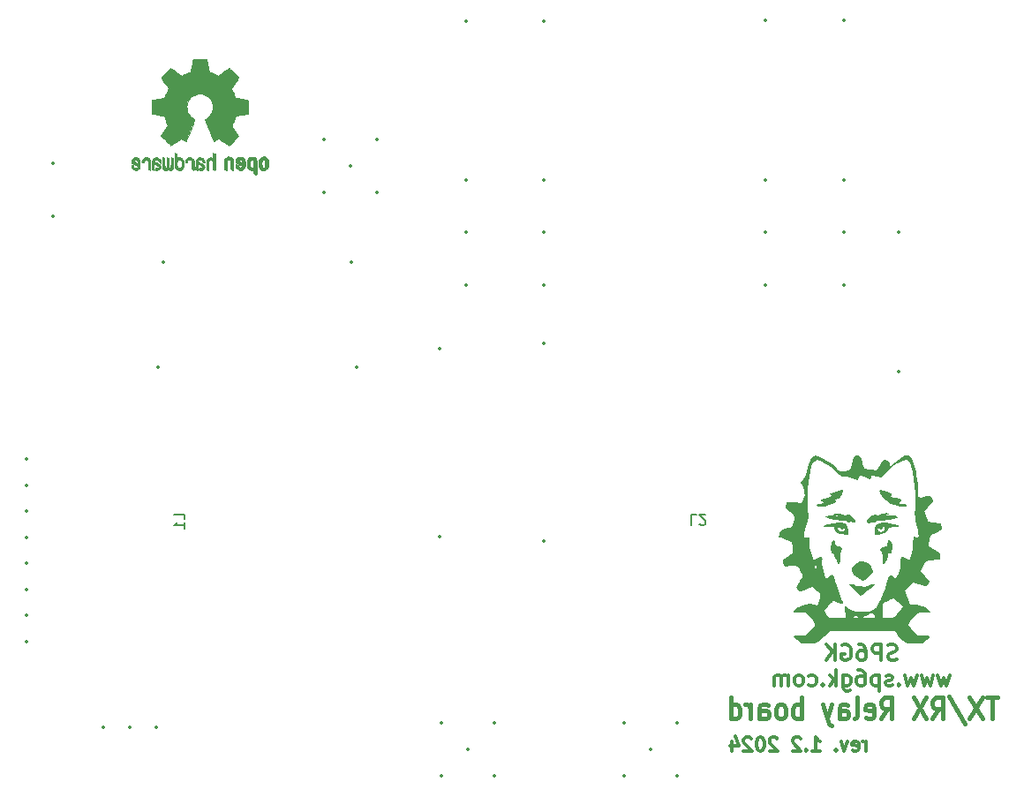
<source format=gbr>
%TF.GenerationSoftware,KiCad,Pcbnew,8.0.5*%
%TF.CreationDate,2024-09-26T13:51:17+09:30*%
%TF.ProjectId,TXRX_relay_board,54585258-5f72-4656-9c61-795f626f6172,1.2*%
%TF.SameCoordinates,Original*%
%TF.FileFunction,Legend,Bot*%
%TF.FilePolarity,Positive*%
%FSLAX46Y46*%
G04 Gerber Fmt 4.6, Leading zero omitted, Abs format (unit mm)*
G04 Created by KiCad (PCBNEW 8.0.5) date 2024-09-26 13:51:17*
%MOMM*%
%LPD*%
G01*
G04 APERTURE LIST*
%ADD10C,0.300000*%
%ADD11C,0.400000*%
%ADD12C,0.150000*%
%ADD13C,0.010000*%
%ADD14C,0.000000*%
%ADD15C,0.350000*%
G04 APERTURE END LIST*
D10*
X154092856Y-123589484D02*
X153878571Y-123660912D01*
X153878571Y-123660912D02*
X153521428Y-123660912D01*
X153521428Y-123660912D02*
X153378571Y-123589484D01*
X153378571Y-123589484D02*
X153307142Y-123518055D01*
X153307142Y-123518055D02*
X153235713Y-123375198D01*
X153235713Y-123375198D02*
X153235713Y-123232341D01*
X153235713Y-123232341D02*
X153307142Y-123089484D01*
X153307142Y-123089484D02*
X153378571Y-123018055D01*
X153378571Y-123018055D02*
X153521428Y-122946626D01*
X153521428Y-122946626D02*
X153807142Y-122875198D01*
X153807142Y-122875198D02*
X153949999Y-122803769D01*
X153949999Y-122803769D02*
X154021428Y-122732341D01*
X154021428Y-122732341D02*
X154092856Y-122589484D01*
X154092856Y-122589484D02*
X154092856Y-122446626D01*
X154092856Y-122446626D02*
X154021428Y-122303769D01*
X154021428Y-122303769D02*
X153949999Y-122232341D01*
X153949999Y-122232341D02*
X153807142Y-122160912D01*
X153807142Y-122160912D02*
X153449999Y-122160912D01*
X153449999Y-122160912D02*
X153235713Y-122232341D01*
X152592857Y-123660912D02*
X152592857Y-122160912D01*
X152592857Y-122160912D02*
X152021428Y-122160912D01*
X152021428Y-122160912D02*
X151878571Y-122232341D01*
X151878571Y-122232341D02*
X151807142Y-122303769D01*
X151807142Y-122303769D02*
X151735714Y-122446626D01*
X151735714Y-122446626D02*
X151735714Y-122660912D01*
X151735714Y-122660912D02*
X151807142Y-122803769D01*
X151807142Y-122803769D02*
X151878571Y-122875198D01*
X151878571Y-122875198D02*
X152021428Y-122946626D01*
X152021428Y-122946626D02*
X152592857Y-122946626D01*
X150450000Y-122160912D02*
X150735714Y-122160912D01*
X150735714Y-122160912D02*
X150878571Y-122232341D01*
X150878571Y-122232341D02*
X150950000Y-122303769D01*
X150950000Y-122303769D02*
X151092857Y-122518055D01*
X151092857Y-122518055D02*
X151164285Y-122803769D01*
X151164285Y-122803769D02*
X151164285Y-123375198D01*
X151164285Y-123375198D02*
X151092857Y-123518055D01*
X151092857Y-123518055D02*
X151021428Y-123589484D01*
X151021428Y-123589484D02*
X150878571Y-123660912D01*
X150878571Y-123660912D02*
X150592857Y-123660912D01*
X150592857Y-123660912D02*
X150450000Y-123589484D01*
X150450000Y-123589484D02*
X150378571Y-123518055D01*
X150378571Y-123518055D02*
X150307142Y-123375198D01*
X150307142Y-123375198D02*
X150307142Y-123018055D01*
X150307142Y-123018055D02*
X150378571Y-122875198D01*
X150378571Y-122875198D02*
X150450000Y-122803769D01*
X150450000Y-122803769D02*
X150592857Y-122732341D01*
X150592857Y-122732341D02*
X150878571Y-122732341D01*
X150878571Y-122732341D02*
X151021428Y-122803769D01*
X151021428Y-122803769D02*
X151092857Y-122875198D01*
X151092857Y-122875198D02*
X151164285Y-123018055D01*
X148878571Y-122232341D02*
X149021429Y-122160912D01*
X149021429Y-122160912D02*
X149235714Y-122160912D01*
X149235714Y-122160912D02*
X149450000Y-122232341D01*
X149450000Y-122232341D02*
X149592857Y-122375198D01*
X149592857Y-122375198D02*
X149664286Y-122518055D01*
X149664286Y-122518055D02*
X149735714Y-122803769D01*
X149735714Y-122803769D02*
X149735714Y-123018055D01*
X149735714Y-123018055D02*
X149664286Y-123303769D01*
X149664286Y-123303769D02*
X149592857Y-123446626D01*
X149592857Y-123446626D02*
X149450000Y-123589484D01*
X149450000Y-123589484D02*
X149235714Y-123660912D01*
X149235714Y-123660912D02*
X149092857Y-123660912D01*
X149092857Y-123660912D02*
X148878571Y-123589484D01*
X148878571Y-123589484D02*
X148807143Y-123518055D01*
X148807143Y-123518055D02*
X148807143Y-123018055D01*
X148807143Y-123018055D02*
X149092857Y-123018055D01*
X148164286Y-123660912D02*
X148164286Y-122160912D01*
X147307143Y-123660912D02*
X147950000Y-122803769D01*
X147307143Y-122160912D02*
X148164286Y-123018055D01*
X159164286Y-125075828D02*
X158878572Y-126075828D01*
X158878572Y-126075828D02*
X158592857Y-125361542D01*
X158592857Y-125361542D02*
X158307143Y-126075828D01*
X158307143Y-126075828D02*
X158021429Y-125075828D01*
X157592857Y-125075828D02*
X157307143Y-126075828D01*
X157307143Y-126075828D02*
X157021428Y-125361542D01*
X157021428Y-125361542D02*
X156735714Y-126075828D01*
X156735714Y-126075828D02*
X156450000Y-125075828D01*
X156021428Y-125075828D02*
X155735714Y-126075828D01*
X155735714Y-126075828D02*
X155449999Y-125361542D01*
X155449999Y-125361542D02*
X155164285Y-126075828D01*
X155164285Y-126075828D02*
X154878571Y-125075828D01*
X154307142Y-125932971D02*
X154235713Y-126004400D01*
X154235713Y-126004400D02*
X154307142Y-126075828D01*
X154307142Y-126075828D02*
X154378570Y-126004400D01*
X154378570Y-126004400D02*
X154307142Y-125932971D01*
X154307142Y-125932971D02*
X154307142Y-126075828D01*
X153664284Y-126004400D02*
X153521427Y-126075828D01*
X153521427Y-126075828D02*
X153235713Y-126075828D01*
X153235713Y-126075828D02*
X153092856Y-126004400D01*
X153092856Y-126004400D02*
X153021427Y-125861542D01*
X153021427Y-125861542D02*
X153021427Y-125790114D01*
X153021427Y-125790114D02*
X153092856Y-125647257D01*
X153092856Y-125647257D02*
X153235713Y-125575828D01*
X153235713Y-125575828D02*
X153449999Y-125575828D01*
X153449999Y-125575828D02*
X153592856Y-125504400D01*
X153592856Y-125504400D02*
X153664284Y-125361542D01*
X153664284Y-125361542D02*
X153664284Y-125290114D01*
X153664284Y-125290114D02*
X153592856Y-125147257D01*
X153592856Y-125147257D02*
X153449999Y-125075828D01*
X153449999Y-125075828D02*
X153235713Y-125075828D01*
X153235713Y-125075828D02*
X153092856Y-125147257D01*
X152378570Y-125075828D02*
X152378570Y-126575828D01*
X152378570Y-125147257D02*
X152235713Y-125075828D01*
X152235713Y-125075828D02*
X151949998Y-125075828D01*
X151949998Y-125075828D02*
X151807141Y-125147257D01*
X151807141Y-125147257D02*
X151735713Y-125218685D01*
X151735713Y-125218685D02*
X151664284Y-125361542D01*
X151664284Y-125361542D02*
X151664284Y-125790114D01*
X151664284Y-125790114D02*
X151735713Y-125932971D01*
X151735713Y-125932971D02*
X151807141Y-126004400D01*
X151807141Y-126004400D02*
X151949998Y-126075828D01*
X151949998Y-126075828D02*
X152235713Y-126075828D01*
X152235713Y-126075828D02*
X152378570Y-126004400D01*
X150378570Y-124575828D02*
X150664284Y-124575828D01*
X150664284Y-124575828D02*
X150807141Y-124647257D01*
X150807141Y-124647257D02*
X150878570Y-124718685D01*
X150878570Y-124718685D02*
X151021427Y-124932971D01*
X151021427Y-124932971D02*
X151092855Y-125218685D01*
X151092855Y-125218685D02*
X151092855Y-125790114D01*
X151092855Y-125790114D02*
X151021427Y-125932971D01*
X151021427Y-125932971D02*
X150949998Y-126004400D01*
X150949998Y-126004400D02*
X150807141Y-126075828D01*
X150807141Y-126075828D02*
X150521427Y-126075828D01*
X150521427Y-126075828D02*
X150378570Y-126004400D01*
X150378570Y-126004400D02*
X150307141Y-125932971D01*
X150307141Y-125932971D02*
X150235712Y-125790114D01*
X150235712Y-125790114D02*
X150235712Y-125432971D01*
X150235712Y-125432971D02*
X150307141Y-125290114D01*
X150307141Y-125290114D02*
X150378570Y-125218685D01*
X150378570Y-125218685D02*
X150521427Y-125147257D01*
X150521427Y-125147257D02*
X150807141Y-125147257D01*
X150807141Y-125147257D02*
X150949998Y-125218685D01*
X150949998Y-125218685D02*
X151021427Y-125290114D01*
X151021427Y-125290114D02*
X151092855Y-125432971D01*
X148949999Y-125075828D02*
X148949999Y-126290114D01*
X148949999Y-126290114D02*
X149021427Y-126432971D01*
X149021427Y-126432971D02*
X149092856Y-126504400D01*
X149092856Y-126504400D02*
X149235713Y-126575828D01*
X149235713Y-126575828D02*
X149449999Y-126575828D01*
X149449999Y-126575828D02*
X149592856Y-126504400D01*
X148949999Y-126004400D02*
X149092856Y-126075828D01*
X149092856Y-126075828D02*
X149378570Y-126075828D01*
X149378570Y-126075828D02*
X149521427Y-126004400D01*
X149521427Y-126004400D02*
X149592856Y-125932971D01*
X149592856Y-125932971D02*
X149664284Y-125790114D01*
X149664284Y-125790114D02*
X149664284Y-125361542D01*
X149664284Y-125361542D02*
X149592856Y-125218685D01*
X149592856Y-125218685D02*
X149521427Y-125147257D01*
X149521427Y-125147257D02*
X149378570Y-125075828D01*
X149378570Y-125075828D02*
X149092856Y-125075828D01*
X149092856Y-125075828D02*
X148949999Y-125147257D01*
X148235713Y-126075828D02*
X148235713Y-124575828D01*
X148092856Y-125504400D02*
X147664284Y-126075828D01*
X147664284Y-125075828D02*
X148235713Y-125647257D01*
X147021427Y-125932971D02*
X146949998Y-126004400D01*
X146949998Y-126004400D02*
X147021427Y-126075828D01*
X147021427Y-126075828D02*
X147092855Y-126004400D01*
X147092855Y-126004400D02*
X147021427Y-125932971D01*
X147021427Y-125932971D02*
X147021427Y-126075828D01*
X145664284Y-126004400D02*
X145807141Y-126075828D01*
X145807141Y-126075828D02*
X146092855Y-126075828D01*
X146092855Y-126075828D02*
X146235712Y-126004400D01*
X146235712Y-126004400D02*
X146307141Y-125932971D01*
X146307141Y-125932971D02*
X146378569Y-125790114D01*
X146378569Y-125790114D02*
X146378569Y-125361542D01*
X146378569Y-125361542D02*
X146307141Y-125218685D01*
X146307141Y-125218685D02*
X146235712Y-125147257D01*
X146235712Y-125147257D02*
X146092855Y-125075828D01*
X146092855Y-125075828D02*
X145807141Y-125075828D01*
X145807141Y-125075828D02*
X145664284Y-125147257D01*
X144807141Y-126075828D02*
X144949998Y-126004400D01*
X144949998Y-126004400D02*
X145021427Y-125932971D01*
X145021427Y-125932971D02*
X145092855Y-125790114D01*
X145092855Y-125790114D02*
X145092855Y-125361542D01*
X145092855Y-125361542D02*
X145021427Y-125218685D01*
X145021427Y-125218685D02*
X144949998Y-125147257D01*
X144949998Y-125147257D02*
X144807141Y-125075828D01*
X144807141Y-125075828D02*
X144592855Y-125075828D01*
X144592855Y-125075828D02*
X144449998Y-125147257D01*
X144449998Y-125147257D02*
X144378570Y-125218685D01*
X144378570Y-125218685D02*
X144307141Y-125361542D01*
X144307141Y-125361542D02*
X144307141Y-125790114D01*
X144307141Y-125790114D02*
X144378570Y-125932971D01*
X144378570Y-125932971D02*
X144449998Y-126004400D01*
X144449998Y-126004400D02*
X144592855Y-126075828D01*
X144592855Y-126075828D02*
X144807141Y-126075828D01*
X143664284Y-126075828D02*
X143664284Y-125075828D01*
X143664284Y-125218685D02*
X143592855Y-125147257D01*
X143592855Y-125147257D02*
X143449998Y-125075828D01*
X143449998Y-125075828D02*
X143235712Y-125075828D01*
X143235712Y-125075828D02*
X143092855Y-125147257D01*
X143092855Y-125147257D02*
X143021427Y-125290114D01*
X143021427Y-125290114D02*
X143021427Y-126075828D01*
X143021427Y-125290114D02*
X142949998Y-125147257D01*
X142949998Y-125147257D02*
X142807141Y-125075828D01*
X142807141Y-125075828D02*
X142592855Y-125075828D01*
X142592855Y-125075828D02*
X142449998Y-125147257D01*
X142449998Y-125147257D02*
X142378569Y-125290114D01*
X142378569Y-125290114D02*
X142378569Y-126075828D01*
X151168108Y-132325304D02*
X151168108Y-131458638D01*
X151168108Y-131706257D02*
X151106203Y-131582447D01*
X151106203Y-131582447D02*
X151044298Y-131520542D01*
X151044298Y-131520542D02*
X150920489Y-131458638D01*
X150920489Y-131458638D02*
X150796679Y-131458638D01*
X149868108Y-132263400D02*
X149991917Y-132325304D01*
X149991917Y-132325304D02*
X150239536Y-132325304D01*
X150239536Y-132325304D02*
X150363346Y-132263400D01*
X150363346Y-132263400D02*
X150425250Y-132139590D01*
X150425250Y-132139590D02*
X150425250Y-131644352D01*
X150425250Y-131644352D02*
X150363346Y-131520542D01*
X150363346Y-131520542D02*
X150239536Y-131458638D01*
X150239536Y-131458638D02*
X149991917Y-131458638D01*
X149991917Y-131458638D02*
X149868108Y-131520542D01*
X149868108Y-131520542D02*
X149806203Y-131644352D01*
X149806203Y-131644352D02*
X149806203Y-131768161D01*
X149806203Y-131768161D02*
X150425250Y-131891971D01*
X149372869Y-131458638D02*
X149063345Y-132325304D01*
X149063345Y-132325304D02*
X148753822Y-131458638D01*
X148258584Y-132201495D02*
X148196679Y-132263400D01*
X148196679Y-132263400D02*
X148258584Y-132325304D01*
X148258584Y-132325304D02*
X148320488Y-132263400D01*
X148320488Y-132263400D02*
X148258584Y-132201495D01*
X148258584Y-132201495D02*
X148258584Y-132325304D01*
X145968107Y-132325304D02*
X146710964Y-132325304D01*
X146339536Y-132325304D02*
X146339536Y-131025304D01*
X146339536Y-131025304D02*
X146463345Y-131211019D01*
X146463345Y-131211019D02*
X146587155Y-131334828D01*
X146587155Y-131334828D02*
X146710964Y-131396733D01*
X145410965Y-132201495D02*
X145349060Y-132263400D01*
X145349060Y-132263400D02*
X145410965Y-132325304D01*
X145410965Y-132325304D02*
X145472869Y-132263400D01*
X145472869Y-132263400D02*
X145410965Y-132201495D01*
X145410965Y-132201495D02*
X145410965Y-132325304D01*
X144853821Y-131149114D02*
X144791917Y-131087209D01*
X144791917Y-131087209D02*
X144668107Y-131025304D01*
X144668107Y-131025304D02*
X144358583Y-131025304D01*
X144358583Y-131025304D02*
X144234774Y-131087209D01*
X144234774Y-131087209D02*
X144172869Y-131149114D01*
X144172869Y-131149114D02*
X144110964Y-131272923D01*
X144110964Y-131272923D02*
X144110964Y-131396733D01*
X144110964Y-131396733D02*
X144172869Y-131582447D01*
X144172869Y-131582447D02*
X144915726Y-132325304D01*
X144915726Y-132325304D02*
X144110964Y-132325304D01*
X142625250Y-131149114D02*
X142563346Y-131087209D01*
X142563346Y-131087209D02*
X142439536Y-131025304D01*
X142439536Y-131025304D02*
X142130012Y-131025304D01*
X142130012Y-131025304D02*
X142006203Y-131087209D01*
X142006203Y-131087209D02*
X141944298Y-131149114D01*
X141944298Y-131149114D02*
X141882393Y-131272923D01*
X141882393Y-131272923D02*
X141882393Y-131396733D01*
X141882393Y-131396733D02*
X141944298Y-131582447D01*
X141944298Y-131582447D02*
X142687155Y-132325304D01*
X142687155Y-132325304D02*
X141882393Y-132325304D01*
X141077632Y-131025304D02*
X140953822Y-131025304D01*
X140953822Y-131025304D02*
X140830013Y-131087209D01*
X140830013Y-131087209D02*
X140768108Y-131149114D01*
X140768108Y-131149114D02*
X140706203Y-131272923D01*
X140706203Y-131272923D02*
X140644298Y-131520542D01*
X140644298Y-131520542D02*
X140644298Y-131830066D01*
X140644298Y-131830066D02*
X140706203Y-132077685D01*
X140706203Y-132077685D02*
X140768108Y-132201495D01*
X140768108Y-132201495D02*
X140830013Y-132263400D01*
X140830013Y-132263400D02*
X140953822Y-132325304D01*
X140953822Y-132325304D02*
X141077632Y-132325304D01*
X141077632Y-132325304D02*
X141201441Y-132263400D01*
X141201441Y-132263400D02*
X141263346Y-132201495D01*
X141263346Y-132201495D02*
X141325251Y-132077685D01*
X141325251Y-132077685D02*
X141387155Y-131830066D01*
X141387155Y-131830066D02*
X141387155Y-131520542D01*
X141387155Y-131520542D02*
X141325251Y-131272923D01*
X141325251Y-131272923D02*
X141263346Y-131149114D01*
X141263346Y-131149114D02*
X141201441Y-131087209D01*
X141201441Y-131087209D02*
X141077632Y-131025304D01*
X140149060Y-131149114D02*
X140087156Y-131087209D01*
X140087156Y-131087209D02*
X139963346Y-131025304D01*
X139963346Y-131025304D02*
X139653822Y-131025304D01*
X139653822Y-131025304D02*
X139530013Y-131087209D01*
X139530013Y-131087209D02*
X139468108Y-131149114D01*
X139468108Y-131149114D02*
X139406203Y-131272923D01*
X139406203Y-131272923D02*
X139406203Y-131396733D01*
X139406203Y-131396733D02*
X139468108Y-131582447D01*
X139468108Y-131582447D02*
X140210965Y-132325304D01*
X140210965Y-132325304D02*
X139406203Y-132325304D01*
X138291918Y-131458638D02*
X138291918Y-132325304D01*
X138601442Y-130963400D02*
X138910965Y-131891971D01*
X138910965Y-131891971D02*
X138106204Y-131891971D01*
D11*
X163740414Y-127234438D02*
X162711843Y-127234438D01*
X163226128Y-129234438D02*
X163226128Y-127234438D01*
X162283271Y-127234438D02*
X161083271Y-129234438D01*
X161083271Y-127234438D02*
X162283271Y-129234438D01*
X159111842Y-127139200D02*
X160654699Y-129710628D01*
X157483271Y-129234438D02*
X158083271Y-128282057D01*
X158511842Y-129234438D02*
X158511842Y-127234438D01*
X158511842Y-127234438D02*
X157826128Y-127234438D01*
X157826128Y-127234438D02*
X157654699Y-127329676D01*
X157654699Y-127329676D02*
X157568985Y-127424914D01*
X157568985Y-127424914D02*
X157483271Y-127615390D01*
X157483271Y-127615390D02*
X157483271Y-127901104D01*
X157483271Y-127901104D02*
X157568985Y-128091580D01*
X157568985Y-128091580D02*
X157654699Y-128186819D01*
X157654699Y-128186819D02*
X157826128Y-128282057D01*
X157826128Y-128282057D02*
X158511842Y-128282057D01*
X156883271Y-127234438D02*
X155683271Y-129234438D01*
X155683271Y-127234438D02*
X156883271Y-129234438D01*
X152597556Y-129234438D02*
X153197556Y-128282057D01*
X153626127Y-129234438D02*
X153626127Y-127234438D01*
X153626127Y-127234438D02*
X152940413Y-127234438D01*
X152940413Y-127234438D02*
X152768984Y-127329676D01*
X152768984Y-127329676D02*
X152683270Y-127424914D01*
X152683270Y-127424914D02*
X152597556Y-127615390D01*
X152597556Y-127615390D02*
X152597556Y-127901104D01*
X152597556Y-127901104D02*
X152683270Y-128091580D01*
X152683270Y-128091580D02*
X152768984Y-128186819D01*
X152768984Y-128186819D02*
X152940413Y-128282057D01*
X152940413Y-128282057D02*
X153626127Y-128282057D01*
X151140413Y-129139200D02*
X151311841Y-129234438D01*
X151311841Y-129234438D02*
X151654699Y-129234438D01*
X151654699Y-129234438D02*
X151826127Y-129139200D01*
X151826127Y-129139200D02*
X151911841Y-128948723D01*
X151911841Y-128948723D02*
X151911841Y-128186819D01*
X151911841Y-128186819D02*
X151826127Y-127996342D01*
X151826127Y-127996342D02*
X151654699Y-127901104D01*
X151654699Y-127901104D02*
X151311841Y-127901104D01*
X151311841Y-127901104D02*
X151140413Y-127996342D01*
X151140413Y-127996342D02*
X151054699Y-128186819D01*
X151054699Y-128186819D02*
X151054699Y-128377295D01*
X151054699Y-128377295D02*
X151911841Y-128567771D01*
X150026127Y-129234438D02*
X150197556Y-129139200D01*
X150197556Y-129139200D02*
X150283270Y-128948723D01*
X150283270Y-128948723D02*
X150283270Y-127234438D01*
X148568985Y-129234438D02*
X148568985Y-128186819D01*
X148568985Y-128186819D02*
X148654699Y-127996342D01*
X148654699Y-127996342D02*
X148826127Y-127901104D01*
X148826127Y-127901104D02*
X149168985Y-127901104D01*
X149168985Y-127901104D02*
X149340413Y-127996342D01*
X148568985Y-129139200D02*
X148740413Y-129234438D01*
X148740413Y-129234438D02*
X149168985Y-129234438D01*
X149168985Y-129234438D02*
X149340413Y-129139200D01*
X149340413Y-129139200D02*
X149426127Y-128948723D01*
X149426127Y-128948723D02*
X149426127Y-128758247D01*
X149426127Y-128758247D02*
X149340413Y-128567771D01*
X149340413Y-128567771D02*
X149168985Y-128472533D01*
X149168985Y-128472533D02*
X148740413Y-128472533D01*
X148740413Y-128472533D02*
X148568985Y-128377295D01*
X147883271Y-127901104D02*
X147454699Y-129234438D01*
X147026128Y-127901104D02*
X147454699Y-129234438D01*
X147454699Y-129234438D02*
X147626128Y-129710628D01*
X147626128Y-129710628D02*
X147711842Y-129805866D01*
X147711842Y-129805866D02*
X147883271Y-129901104D01*
X144968984Y-129234438D02*
X144968984Y-127234438D01*
X144968984Y-127996342D02*
X144797556Y-127901104D01*
X144797556Y-127901104D02*
X144454698Y-127901104D01*
X144454698Y-127901104D02*
X144283270Y-127996342D01*
X144283270Y-127996342D02*
X144197556Y-128091580D01*
X144197556Y-128091580D02*
X144111841Y-128282057D01*
X144111841Y-128282057D02*
X144111841Y-128853485D01*
X144111841Y-128853485D02*
X144197556Y-129043961D01*
X144197556Y-129043961D02*
X144283270Y-129139200D01*
X144283270Y-129139200D02*
X144454698Y-129234438D01*
X144454698Y-129234438D02*
X144797556Y-129234438D01*
X144797556Y-129234438D02*
X144968984Y-129139200D01*
X143083270Y-129234438D02*
X143254699Y-129139200D01*
X143254699Y-129139200D02*
X143340413Y-129043961D01*
X143340413Y-129043961D02*
X143426127Y-128853485D01*
X143426127Y-128853485D02*
X143426127Y-128282057D01*
X143426127Y-128282057D02*
X143340413Y-128091580D01*
X143340413Y-128091580D02*
X143254699Y-127996342D01*
X143254699Y-127996342D02*
X143083270Y-127901104D01*
X143083270Y-127901104D02*
X142826127Y-127901104D01*
X142826127Y-127901104D02*
X142654699Y-127996342D01*
X142654699Y-127996342D02*
X142568985Y-128091580D01*
X142568985Y-128091580D02*
X142483270Y-128282057D01*
X142483270Y-128282057D02*
X142483270Y-128853485D01*
X142483270Y-128853485D02*
X142568985Y-129043961D01*
X142568985Y-129043961D02*
X142654699Y-129139200D01*
X142654699Y-129139200D02*
X142826127Y-129234438D01*
X142826127Y-129234438D02*
X143083270Y-129234438D01*
X140940414Y-129234438D02*
X140940414Y-128186819D01*
X140940414Y-128186819D02*
X141026128Y-127996342D01*
X141026128Y-127996342D02*
X141197556Y-127901104D01*
X141197556Y-127901104D02*
X141540414Y-127901104D01*
X141540414Y-127901104D02*
X141711842Y-127996342D01*
X140940414Y-129139200D02*
X141111842Y-129234438D01*
X141111842Y-129234438D02*
X141540414Y-129234438D01*
X141540414Y-129234438D02*
X141711842Y-129139200D01*
X141711842Y-129139200D02*
X141797556Y-128948723D01*
X141797556Y-128948723D02*
X141797556Y-128758247D01*
X141797556Y-128758247D02*
X141711842Y-128567771D01*
X141711842Y-128567771D02*
X141540414Y-128472533D01*
X141540414Y-128472533D02*
X141111842Y-128472533D01*
X141111842Y-128472533D02*
X140940414Y-128377295D01*
X140083271Y-129234438D02*
X140083271Y-127901104D01*
X140083271Y-128282057D02*
X139997557Y-128091580D01*
X139997557Y-128091580D02*
X139911843Y-127996342D01*
X139911843Y-127996342D02*
X139740414Y-127901104D01*
X139740414Y-127901104D02*
X139568985Y-127901104D01*
X138197557Y-129234438D02*
X138197557Y-127234438D01*
X138197557Y-129139200D02*
X138368985Y-129234438D01*
X138368985Y-129234438D02*
X138711842Y-129234438D01*
X138711842Y-129234438D02*
X138883271Y-129139200D01*
X138883271Y-129139200D02*
X138968985Y-129043961D01*
X138968985Y-129043961D02*
X139054699Y-128853485D01*
X139054699Y-128853485D02*
X139054699Y-128282057D01*
X139054699Y-128282057D02*
X138968985Y-128091580D01*
X138968985Y-128091580D02*
X138883271Y-127996342D01*
X138883271Y-127996342D02*
X138711842Y-127901104D01*
X138711842Y-127901104D02*
X138368985Y-127901104D01*
X138368985Y-127901104D02*
X138197557Y-127996342D01*
D12*
X134883333Y-109695180D02*
X134407143Y-109695180D01*
X134407143Y-109695180D02*
X134407143Y-110695180D01*
X135169048Y-110599942D02*
X135216667Y-110647561D01*
X135216667Y-110647561D02*
X135311905Y-110695180D01*
X135311905Y-110695180D02*
X135550000Y-110695180D01*
X135550000Y-110695180D02*
X135645238Y-110647561D01*
X135645238Y-110647561D02*
X135692857Y-110599942D01*
X135692857Y-110599942D02*
X135740476Y-110504704D01*
X135740476Y-110504704D02*
X135740476Y-110409466D01*
X135740476Y-110409466D02*
X135692857Y-110266609D01*
X135692857Y-110266609D02*
X135121429Y-109695180D01*
X135121429Y-109695180D02*
X135740476Y-109695180D01*
X85804819Y-110133333D02*
X85804819Y-109657143D01*
X85804819Y-109657143D02*
X84804819Y-109657143D01*
X85804819Y-110990476D02*
X85804819Y-110419048D01*
X85804819Y-110704762D02*
X84804819Y-110704762D01*
X84804819Y-110704762D02*
X84947676Y-110609524D01*
X84947676Y-110609524D02*
X85042914Y-110514286D01*
X85042914Y-110514286D02*
X85090533Y-110419048D01*
D13*
%TO.C,OSHW*%
X82186725Y-75424619D02*
X82307261Y-75469393D01*
X82357388Y-75503034D01*
X82408152Y-75551236D01*
X82444362Y-75612551D01*
X82468393Y-75696024D01*
X82482618Y-75810697D01*
X82489412Y-75965613D01*
X82491149Y-76169814D01*
X82490809Y-76275341D01*
X82489101Y-76419541D01*
X82486201Y-76534620D01*
X82482384Y-76610822D01*
X82477925Y-76638391D01*
X82448909Y-76629272D01*
X82390339Y-76604509D01*
X82388581Y-76603707D01*
X82358167Y-76587785D01*
X82337712Y-76565938D01*
X82325240Y-76527672D01*
X82318777Y-76462495D01*
X82316348Y-76359913D01*
X82315977Y-76209433D01*
X82315229Y-76113974D01*
X82307256Y-75934571D01*
X82288998Y-75803163D01*
X82258526Y-75712859D01*
X82213912Y-75656767D01*
X82153226Y-75627994D01*
X82144807Y-75625989D01*
X82031139Y-75624423D01*
X81942492Y-75675348D01*
X81881265Y-75777445D01*
X81870346Y-75806961D01*
X81845458Y-75872283D01*
X81832854Y-75902300D01*
X81806969Y-75898164D01*
X81750439Y-75875717D01*
X81697715Y-75838647D01*
X81673678Y-75768587D01*
X81680847Y-75718406D01*
X81724897Y-75616618D01*
X81796123Y-75521235D01*
X81879415Y-75455269D01*
X81914310Y-75440018D01*
X82046443Y-75414521D01*
X82186725Y-75424619D01*
G36*
X82186725Y-75424619D02*
G01*
X82307261Y-75469393D01*
X82357388Y-75503034D01*
X82408152Y-75551236D01*
X82444362Y-75612551D01*
X82468393Y-75696024D01*
X82482618Y-75810697D01*
X82489412Y-75965613D01*
X82491149Y-76169814D01*
X82490809Y-76275341D01*
X82489101Y-76419541D01*
X82486201Y-76534620D01*
X82482384Y-76610822D01*
X82477925Y-76638391D01*
X82448909Y-76629272D01*
X82390339Y-76604509D01*
X82388581Y-76603707D01*
X82358167Y-76587785D01*
X82337712Y-76565938D01*
X82325240Y-76527672D01*
X82318777Y-76462495D01*
X82316348Y-76359913D01*
X82315977Y-76209433D01*
X82315229Y-76113974D01*
X82307256Y-75934571D01*
X82288998Y-75803163D01*
X82258526Y-75712859D01*
X82213912Y-75656767D01*
X82153226Y-75627994D01*
X82144807Y-75625989D01*
X82031139Y-75624423D01*
X81942492Y-75675348D01*
X81881265Y-75777445D01*
X81870346Y-75806961D01*
X81845458Y-75872283D01*
X81832854Y-75902300D01*
X81806969Y-75898164D01*
X81750439Y-75875717D01*
X81697715Y-75838647D01*
X81673678Y-75768587D01*
X81680847Y-75718406D01*
X81724897Y-75616618D01*
X81796123Y-75521235D01*
X81879415Y-75455269D01*
X81914310Y-75440018D01*
X82046443Y-75414521D01*
X82186725Y-75424619D01*
G37*
X90128487Y-75357689D02*
X90264848Y-75421770D01*
X90376598Y-75532584D01*
X90399761Y-75567273D01*
X90418973Y-75606590D01*
X90432598Y-75656145D01*
X90441877Y-75725568D01*
X90448050Y-75824490D01*
X90452357Y-75962539D01*
X90456038Y-76149346D01*
X90465180Y-76667542D01*
X90388383Y-76638344D01*
X90318068Y-76611520D01*
X90265424Y-76585706D01*
X90231060Y-76552431D01*
X90211093Y-76501510D01*
X90201639Y-76422761D01*
X90198814Y-76305999D01*
X90198736Y-76141042D01*
X90198336Y-76009558D01*
X90195951Y-75883394D01*
X90190259Y-75797223D01*
X90179961Y-75740672D01*
X90163755Y-75703370D01*
X90140345Y-75674943D01*
X90082793Y-75634827D01*
X89986112Y-75619706D01*
X89890465Y-75657917D01*
X89884152Y-75662810D01*
X89864477Y-75685413D01*
X89849963Y-75721664D01*
X89839394Y-75780511D01*
X89831555Y-75870901D01*
X89825227Y-76001779D01*
X89819195Y-76182095D01*
X89804598Y-76664907D01*
X89680517Y-76609283D01*
X89556437Y-76553659D01*
X89556437Y-76112851D01*
X89556951Y-75993098D01*
X89561380Y-75826506D01*
X89572594Y-75702468D01*
X89593272Y-75610987D01*
X89626093Y-75542066D01*
X89673736Y-75485707D01*
X89738877Y-75431914D01*
X89832571Y-75377719D01*
X89980175Y-75342339D01*
X90128487Y-75357689D01*
G36*
X90128487Y-75357689D02*
G01*
X90264848Y-75421770D01*
X90376598Y-75532584D01*
X90399761Y-75567273D01*
X90418973Y-75606590D01*
X90432598Y-75656145D01*
X90441877Y-75725568D01*
X90448050Y-75824490D01*
X90452357Y-75962539D01*
X90456038Y-76149346D01*
X90465180Y-76667542D01*
X90388383Y-76638344D01*
X90318068Y-76611520D01*
X90265424Y-76585706D01*
X90231060Y-76552431D01*
X90211093Y-76501510D01*
X90201639Y-76422761D01*
X90198814Y-76305999D01*
X90198736Y-76141042D01*
X90198336Y-76009558D01*
X90195951Y-75883394D01*
X90190259Y-75797223D01*
X90179961Y-75740672D01*
X90163755Y-75703370D01*
X90140345Y-75674943D01*
X90082793Y-75634827D01*
X89986112Y-75619706D01*
X89890465Y-75657917D01*
X89884152Y-75662810D01*
X89864477Y-75685413D01*
X89849963Y-75721664D01*
X89839394Y-75780511D01*
X89831555Y-75870901D01*
X89825227Y-76001779D01*
X89819195Y-76182095D01*
X89804598Y-76664907D01*
X89680517Y-76609283D01*
X89556437Y-76553659D01*
X89556437Y-76112851D01*
X89556951Y-75993098D01*
X89561380Y-75826506D01*
X89572594Y-75702468D01*
X89593272Y-75610987D01*
X89626093Y-75542066D01*
X89673736Y-75485707D01*
X89738877Y-75431914D01*
X89832571Y-75377719D01*
X89980175Y-75342339D01*
X90128487Y-75357689D01*
G37*
X86460872Y-75455536D02*
X86470090Y-75460638D01*
X86545381Y-75519080D01*
X86612698Y-75594215D01*
X86624439Y-75611196D01*
X86646883Y-75650825D01*
X86662918Y-75697858D01*
X86673945Y-75762492D01*
X86681365Y-75854923D01*
X86686579Y-75985349D01*
X86690989Y-76163965D01*
X86691614Y-76194162D01*
X86693620Y-76389941D01*
X86690792Y-76528603D01*
X86683088Y-76611103D01*
X86670466Y-76638391D01*
X86632267Y-76630220D01*
X86567374Y-76605463D01*
X86552094Y-76598223D01*
X86528227Y-76581835D01*
X86511769Y-76554893D01*
X86501005Y-76507833D01*
X86494219Y-76431088D01*
X86489693Y-76315095D01*
X86485713Y-76150287D01*
X86484622Y-76102112D01*
X86480407Y-75949960D01*
X86474936Y-75843476D01*
X86466554Y-75772565D01*
X86453606Y-75727129D01*
X86434439Y-75697072D01*
X86407398Y-75672296D01*
X86327337Y-75628861D01*
X86228846Y-75620498D01*
X86140719Y-75653734D01*
X86077314Y-75722548D01*
X86052988Y-75820920D01*
X86052311Y-75847658D01*
X86039024Y-75896065D01*
X85999796Y-75903450D01*
X85922983Y-75874624D01*
X85905192Y-75865378D01*
X85857109Y-75811006D01*
X85856157Y-75730161D01*
X85901968Y-75618352D01*
X85943990Y-75557419D01*
X86051435Y-75470859D01*
X86184057Y-75421920D01*
X86325867Y-75415260D01*
X86460872Y-75455536D01*
G36*
X86460872Y-75455536D02*
G01*
X86470090Y-75460638D01*
X86545381Y-75519080D01*
X86612698Y-75594215D01*
X86624439Y-75611196D01*
X86646883Y-75650825D01*
X86662918Y-75697858D01*
X86673945Y-75762492D01*
X86681365Y-75854923D01*
X86686579Y-75985349D01*
X86690989Y-76163965D01*
X86691614Y-76194162D01*
X86693620Y-76389941D01*
X86690792Y-76528603D01*
X86683088Y-76611103D01*
X86670466Y-76638391D01*
X86632267Y-76630220D01*
X86567374Y-76605463D01*
X86552094Y-76598223D01*
X86528227Y-76581835D01*
X86511769Y-76554893D01*
X86501005Y-76507833D01*
X86494219Y-76431088D01*
X86489693Y-76315095D01*
X86485713Y-76150287D01*
X86484622Y-76102112D01*
X86480407Y-75949960D01*
X86474936Y-75843476D01*
X86466554Y-75772565D01*
X86453606Y-75727129D01*
X86434439Y-75697072D01*
X86407398Y-75672296D01*
X86327337Y-75628861D01*
X86228846Y-75620498D01*
X86140719Y-75653734D01*
X86077314Y-75722548D01*
X86052988Y-75820920D01*
X86052311Y-75847658D01*
X86039024Y-75896065D01*
X85999796Y-75903450D01*
X85922983Y-75874624D01*
X85905192Y-75865378D01*
X85857109Y-75811006D01*
X85856157Y-75730161D01*
X85901968Y-75618352D01*
X85943990Y-75557419D01*
X86051435Y-75470859D01*
X86184057Y-75421920D01*
X86325867Y-75415260D01*
X86460872Y-75455536D01*
G37*
X84542410Y-75420970D02*
X84606442Y-75446066D01*
X84680805Y-75479947D01*
X84680805Y-76458727D01*
X84588415Y-76551117D01*
X84567310Y-76571835D01*
X84508847Y-76617885D01*
X84449886Y-76632801D01*
X84362150Y-76625934D01*
X84326429Y-76621494D01*
X84234301Y-76612102D01*
X84169885Y-76608361D01*
X84150778Y-76608933D01*
X84072390Y-76615126D01*
X83977620Y-76625934D01*
X83947298Y-76629647D01*
X83870911Y-76631107D01*
X83815022Y-76608047D01*
X83751355Y-76551117D01*
X83658965Y-76458727D01*
X83658965Y-75935455D01*
X83659685Y-75780821D01*
X83661929Y-75633391D01*
X83665421Y-75516653D01*
X83669876Y-75439840D01*
X83675013Y-75412184D01*
X83676090Y-75412258D01*
X83713407Y-75426019D01*
X83776457Y-75456344D01*
X83861854Y-75500505D01*
X83869893Y-75959965D01*
X83877931Y-76419425D01*
X84053103Y-76419425D01*
X84061092Y-75915805D01*
X84063624Y-75778904D01*
X84067249Y-75632579D01*
X84071177Y-75516411D01*
X84075080Y-75439809D01*
X84078632Y-75412184D01*
X84079653Y-75412281D01*
X84115051Y-75422443D01*
X84180126Y-75444235D01*
X84272069Y-75476287D01*
X84272516Y-75918661D01*
X84272964Y-75995507D01*
X84276069Y-76144834D01*
X84281622Y-76269544D01*
X84289033Y-76358379D01*
X84297714Y-76400083D01*
X84328771Y-76422389D01*
X84392152Y-76429278D01*
X84461839Y-76419425D01*
X84469827Y-75915805D01*
X84472686Y-75787828D01*
X84478614Y-75636348D01*
X84486365Y-75517530D01*
X84495343Y-75439950D01*
X84504948Y-75412184D01*
X84542410Y-75420970D01*
G36*
X84542410Y-75420970D02*
G01*
X84606442Y-75446066D01*
X84680805Y-75479947D01*
X84680805Y-76458727D01*
X84588415Y-76551117D01*
X84567310Y-76571835D01*
X84508847Y-76617885D01*
X84449886Y-76632801D01*
X84362150Y-76625934D01*
X84326429Y-76621494D01*
X84234301Y-76612102D01*
X84169885Y-76608361D01*
X84150778Y-76608933D01*
X84072390Y-76615126D01*
X83977620Y-76625934D01*
X83947298Y-76629647D01*
X83870911Y-76631107D01*
X83815022Y-76608047D01*
X83751355Y-76551117D01*
X83658965Y-76458727D01*
X83658965Y-75935455D01*
X83659685Y-75780821D01*
X83661929Y-75633391D01*
X83665421Y-75516653D01*
X83669876Y-75439840D01*
X83675013Y-75412184D01*
X83676090Y-75412258D01*
X83713407Y-75426019D01*
X83776457Y-75456344D01*
X83861854Y-75500505D01*
X83869893Y-75959965D01*
X83877931Y-76419425D01*
X84053103Y-76419425D01*
X84061092Y-75915805D01*
X84063624Y-75778904D01*
X84067249Y-75632579D01*
X84071177Y-75516411D01*
X84075080Y-75439809D01*
X84078632Y-75412184D01*
X84079653Y-75412281D01*
X84115051Y-75422443D01*
X84180126Y-75444235D01*
X84272069Y-75476287D01*
X84272516Y-75918661D01*
X84272964Y-75995507D01*
X84276069Y-76144834D01*
X84281622Y-76269544D01*
X84289033Y-76358379D01*
X84297714Y-76400083D01*
X84328771Y-76422389D01*
X84392152Y-76429278D01*
X84461839Y-76419425D01*
X84469827Y-75915805D01*
X84472686Y-75787828D01*
X84478614Y-75636348D01*
X84486365Y-75517530D01*
X84495343Y-75439950D01*
X84504948Y-75412184D01*
X84542410Y-75420970D01*
G37*
X88614885Y-75018997D02*
X88709770Y-75059020D01*
X88709770Y-75848706D01*
X88709769Y-75857920D01*
X88709377Y-76065083D01*
X88708329Y-76251432D01*
X88706722Y-76409453D01*
X88704655Y-76531630D01*
X88702225Y-76610448D01*
X88699529Y-76638391D01*
X88698475Y-76638297D01*
X88662647Y-76628144D01*
X88597345Y-76606339D01*
X88505402Y-76574288D01*
X88505402Y-76162991D01*
X88504818Y-76001385D01*
X88502104Y-75884177D01*
X88495858Y-75804415D01*
X88484680Y-75751531D01*
X88467168Y-75714957D01*
X88441922Y-75684123D01*
X88424710Y-75667725D01*
X88331636Y-75622307D01*
X88229051Y-75626328D01*
X88135043Y-75680032D01*
X88121358Y-75693359D01*
X88099439Y-75721032D01*
X88084440Y-75757614D01*
X88075053Y-75813000D01*
X88069968Y-75897088D01*
X88067877Y-76019773D01*
X88067471Y-76190951D01*
X88067276Y-76277769D01*
X88066010Y-76420565D01*
X88063761Y-76534923D01*
X88060758Y-76610860D01*
X88057230Y-76638391D01*
X88056176Y-76638297D01*
X88020348Y-76628144D01*
X87955046Y-76606339D01*
X87863103Y-76574288D01*
X87863149Y-76161109D01*
X87863218Y-76124326D01*
X87867081Y-75932580D01*
X87878950Y-75787586D01*
X87901725Y-75679510D01*
X87938307Y-75598519D01*
X87991595Y-75534778D01*
X88064490Y-75478455D01*
X88135586Y-75443199D01*
X88249255Y-75415946D01*
X88361060Y-75414398D01*
X88447011Y-75440910D01*
X88453473Y-75444571D01*
X88473401Y-75444179D01*
X88487019Y-75413506D01*
X88496846Y-75343188D01*
X88505402Y-75223857D01*
X88520000Y-74978973D01*
X88614885Y-75018997D01*
G36*
X88614885Y-75018997D02*
G01*
X88709770Y-75059020D01*
X88709770Y-75848706D01*
X88709769Y-75857920D01*
X88709377Y-76065083D01*
X88708329Y-76251432D01*
X88706722Y-76409453D01*
X88704655Y-76531630D01*
X88702225Y-76610448D01*
X88699529Y-76638391D01*
X88698475Y-76638297D01*
X88662647Y-76628144D01*
X88597345Y-76606339D01*
X88505402Y-76574288D01*
X88505402Y-76162991D01*
X88504818Y-76001385D01*
X88502104Y-75884177D01*
X88495858Y-75804415D01*
X88484680Y-75751531D01*
X88467168Y-75714957D01*
X88441922Y-75684123D01*
X88424710Y-75667725D01*
X88331636Y-75622307D01*
X88229051Y-75626328D01*
X88135043Y-75680032D01*
X88121358Y-75693359D01*
X88099439Y-75721032D01*
X88084440Y-75757614D01*
X88075053Y-75813000D01*
X88069968Y-75897088D01*
X88067877Y-76019773D01*
X88067471Y-76190951D01*
X88067276Y-76277769D01*
X88066010Y-76420565D01*
X88063761Y-76534923D01*
X88060758Y-76610860D01*
X88057230Y-76638391D01*
X88056176Y-76638297D01*
X88020348Y-76628144D01*
X87955046Y-76606339D01*
X87863103Y-76574288D01*
X87863149Y-76161109D01*
X87863218Y-76124326D01*
X87867081Y-75932580D01*
X87878950Y-75787586D01*
X87901725Y-75679510D01*
X87938307Y-75598519D01*
X87991595Y-75534778D01*
X88064490Y-75478455D01*
X88135586Y-75443199D01*
X88249255Y-75415946D01*
X88361060Y-75414398D01*
X88447011Y-75440910D01*
X88453473Y-75444571D01*
X88473401Y-75444179D01*
X88487019Y-75413506D01*
X88496846Y-75343188D01*
X88505402Y-75223857D01*
X88520000Y-74978973D01*
X88614885Y-75018997D01*
G37*
X93818965Y-75996092D02*
X93818938Y-76027744D01*
X93817355Y-76168918D01*
X93811916Y-76267285D01*
X93800643Y-76335990D01*
X93781561Y-76388181D01*
X93752694Y-76437004D01*
X93745592Y-76447135D01*
X93670444Y-76527012D01*
X93584820Y-76587253D01*
X93540852Y-76606802D01*
X93382861Y-76639408D01*
X93226613Y-76618317D01*
X93082618Y-76546249D01*
X92961385Y-76425922D01*
X92951150Y-76409803D01*
X92917847Y-76316205D01*
X92895405Y-76185879D01*
X92884516Y-76035371D01*
X92885740Y-75896147D01*
X93180384Y-75896147D01*
X93182706Y-76089020D01*
X93183639Y-76101433D01*
X93197242Y-76207857D01*
X93221465Y-76275346D01*
X93262365Y-76321584D01*
X93330941Y-76364895D01*
X93398764Y-76367172D01*
X93468621Y-76317241D01*
X93480771Y-76304102D01*
X93504575Y-76264785D01*
X93518628Y-76207674D01*
X93525313Y-76119256D01*
X93527011Y-75986019D01*
X93524101Y-75861222D01*
X93509582Y-75742326D01*
X93479610Y-75667184D01*
X93430589Y-75627893D01*
X93358924Y-75616552D01*
X93331632Y-75618807D01*
X93255176Y-75660160D01*
X93204650Y-75752900D01*
X93180384Y-75896147D01*
X92885740Y-75896147D01*
X92885871Y-75881227D01*
X92900161Y-75739992D01*
X92928075Y-75628213D01*
X92963949Y-75553766D01*
X93064939Y-75437968D01*
X93201779Y-75366015D01*
X93369283Y-75341281D01*
X93414019Y-75342619D01*
X93545758Y-75370008D01*
X93653968Y-75439007D01*
X93753276Y-75557864D01*
X93759184Y-75566681D01*
X93785921Y-75614108D01*
X93803312Y-75667714D01*
X93813312Y-75740549D01*
X93817878Y-75845659D01*
X93818893Y-75986019D01*
X93818965Y-75996092D01*
G36*
X93818965Y-75996092D02*
G01*
X93818938Y-76027744D01*
X93817355Y-76168918D01*
X93811916Y-76267285D01*
X93800643Y-76335990D01*
X93781561Y-76388181D01*
X93752694Y-76437004D01*
X93745592Y-76447135D01*
X93670444Y-76527012D01*
X93584820Y-76587253D01*
X93540852Y-76606802D01*
X93382861Y-76639408D01*
X93226613Y-76618317D01*
X93082618Y-76546249D01*
X92961385Y-76425922D01*
X92951150Y-76409803D01*
X92917847Y-76316205D01*
X92895405Y-76185879D01*
X92884516Y-76035371D01*
X92885740Y-75896147D01*
X93180384Y-75896147D01*
X93182706Y-76089020D01*
X93183639Y-76101433D01*
X93197242Y-76207857D01*
X93221465Y-76275346D01*
X93262365Y-76321584D01*
X93330941Y-76364895D01*
X93398764Y-76367172D01*
X93468621Y-76317241D01*
X93480771Y-76304102D01*
X93504575Y-76264785D01*
X93518628Y-76207674D01*
X93525313Y-76119256D01*
X93527011Y-75986019D01*
X93524101Y-75861222D01*
X93509582Y-75742326D01*
X93479610Y-75667184D01*
X93430589Y-75627893D01*
X93358924Y-75616552D01*
X93331632Y-75618807D01*
X93255176Y-75660160D01*
X93204650Y-75752900D01*
X93180384Y-75896147D01*
X92885740Y-75896147D01*
X92885871Y-75881227D01*
X92900161Y-75739992D01*
X92928075Y-75628213D01*
X92963949Y-75553766D01*
X93064939Y-75437968D01*
X93201779Y-75366015D01*
X93369283Y-75341281D01*
X93414019Y-75342619D01*
X93545758Y-75370008D01*
X93653968Y-75439007D01*
X93753276Y-75557864D01*
X93759184Y-75566681D01*
X93785921Y-75614108D01*
X93803312Y-75667714D01*
X93813312Y-75740549D01*
X93817878Y-75845659D01*
X93818893Y-75986019D01*
X93818965Y-75996092D01*
G37*
X81498313Y-76031136D02*
X81497744Y-76108946D01*
X81490612Y-76262254D01*
X81471948Y-76374441D01*
X81437537Y-76457554D01*
X81383162Y-76523641D01*
X81304610Y-76584747D01*
X81254630Y-76612535D01*
X81174513Y-76631251D01*
X81061970Y-76629774D01*
X80999050Y-76623845D01*
X80923153Y-76605742D01*
X80862487Y-76566391D01*
X80791912Y-76493066D01*
X80782482Y-76482356D01*
X80719034Y-76399938D01*
X80688762Y-76328156D01*
X80681034Y-76243034D01*
X80681034Y-76117946D01*
X80768447Y-76150940D01*
X80832175Y-76189509D01*
X80887567Y-76280008D01*
X80899131Y-76308983D01*
X80963788Y-76391041D01*
X81051804Y-76432347D01*
X81147637Y-76428633D01*
X81235747Y-76375632D01*
X81266028Y-76342582D01*
X81293489Y-76292720D01*
X81284899Y-76247416D01*
X81235463Y-76200790D01*
X81140389Y-76146958D01*
X80994885Y-76080039D01*
X80695632Y-75949056D01*
X80687691Y-75819298D01*
X80690676Y-75736649D01*
X80885652Y-75736649D01*
X80900453Y-75787815D01*
X80967797Y-75842442D01*
X81090027Y-75904597D01*
X81110253Y-75913601D01*
X81206970Y-75955493D01*
X81279334Y-75984958D01*
X81312961Y-75996092D01*
X81318056Y-75987896D01*
X81320101Y-75937853D01*
X81312812Y-75857414D01*
X81294452Y-75778753D01*
X81237188Y-75679651D01*
X81154524Y-75623808D01*
X81055784Y-75616250D01*
X80950289Y-75662000D01*
X80921053Y-75684876D01*
X80885652Y-75736649D01*
X80690676Y-75736649D01*
X80691196Y-75722255D01*
X80735336Y-75599617D01*
X80791050Y-75532034D01*
X80906561Y-75456540D01*
X81043588Y-75418403D01*
X81185237Y-75421422D01*
X81314617Y-75469393D01*
X81343099Y-75487813D01*
X81408428Y-75544811D01*
X81453106Y-75616916D01*
X81480641Y-75714853D01*
X81494541Y-75849351D01*
X81496378Y-75937853D01*
X81498313Y-76031136D01*
G36*
X81498313Y-76031136D02*
G01*
X81497744Y-76108946D01*
X81490612Y-76262254D01*
X81471948Y-76374441D01*
X81437537Y-76457554D01*
X81383162Y-76523641D01*
X81304610Y-76584747D01*
X81254630Y-76612535D01*
X81174513Y-76631251D01*
X81061970Y-76629774D01*
X80999050Y-76623845D01*
X80923153Y-76605742D01*
X80862487Y-76566391D01*
X80791912Y-76493066D01*
X80782482Y-76482356D01*
X80719034Y-76399938D01*
X80688762Y-76328156D01*
X80681034Y-76243034D01*
X80681034Y-76117946D01*
X80768447Y-76150940D01*
X80832175Y-76189509D01*
X80887567Y-76280008D01*
X80899131Y-76308983D01*
X80963788Y-76391041D01*
X81051804Y-76432347D01*
X81147637Y-76428633D01*
X81235747Y-76375632D01*
X81266028Y-76342582D01*
X81293489Y-76292720D01*
X81284899Y-76247416D01*
X81235463Y-76200790D01*
X81140389Y-76146958D01*
X80994885Y-76080039D01*
X80695632Y-75949056D01*
X80687691Y-75819298D01*
X80690676Y-75736649D01*
X80885652Y-75736649D01*
X80900453Y-75787815D01*
X80967797Y-75842442D01*
X81090027Y-75904597D01*
X81110253Y-75913601D01*
X81206970Y-75955493D01*
X81279334Y-75984958D01*
X81312961Y-75996092D01*
X81318056Y-75987896D01*
X81320101Y-75937853D01*
X81312812Y-75857414D01*
X81294452Y-75778753D01*
X81237188Y-75679651D01*
X81154524Y-75623808D01*
X81055784Y-75616250D01*
X80950289Y-75662000D01*
X80921053Y-75684876D01*
X80885652Y-75736649D01*
X80690676Y-75736649D01*
X80691196Y-75722255D01*
X80735336Y-75599617D01*
X80791050Y-75532034D01*
X80906561Y-75456540D01*
X81043588Y-75418403D01*
X81185237Y-75421422D01*
X81314617Y-75469393D01*
X81343099Y-75487813D01*
X81408428Y-75544811D01*
X81453106Y-75616916D01*
X81480641Y-75714853D01*
X81494541Y-75849351D01*
X81496378Y-75937853D01*
X81498313Y-76031136D01*
G37*
X85702553Y-76025287D02*
X85700219Y-76139135D01*
X85683739Y-76294320D01*
X85647883Y-76410612D01*
X85588455Y-76499411D01*
X85501257Y-76572119D01*
X85418195Y-76614150D01*
X85278709Y-76637538D01*
X85139412Y-76611965D01*
X85013510Y-76540694D01*
X84914210Y-76426991D01*
X84902219Y-76406024D01*
X84886384Y-76369291D01*
X84874638Y-76322415D01*
X84866378Y-76257355D01*
X84860998Y-76166070D01*
X84857892Y-76040519D01*
X84857797Y-76029379D01*
X85060345Y-76029379D01*
X85061035Y-76135644D01*
X85065400Y-76231762D01*
X85076192Y-76293811D01*
X85096126Y-76335502D01*
X85127916Y-76370543D01*
X85135364Y-76377279D01*
X85231060Y-76426992D01*
X85332312Y-76421905D01*
X85426614Y-76362362D01*
X85454694Y-76331514D01*
X85478196Y-76290618D01*
X85491322Y-76234080D01*
X85497030Y-76147657D01*
X85498276Y-76017106D01*
X85497661Y-75917487D01*
X85493407Y-75820251D01*
X85482682Y-75757502D01*
X85462707Y-75715382D01*
X85430704Y-75680032D01*
X85411905Y-75664114D01*
X85314492Y-75621235D01*
X85212437Y-75627985D01*
X85123825Y-75684123D01*
X85104749Y-75706382D01*
X85081486Y-75748293D01*
X85068036Y-75806822D01*
X85061841Y-75895880D01*
X85060345Y-76029379D01*
X84857797Y-76029379D01*
X84856457Y-75872661D01*
X84856086Y-75654455D01*
X84855977Y-74977072D01*
X84950862Y-75016819D01*
X84975949Y-75027699D01*
X85015881Y-75052268D01*
X85038739Y-75089475D01*
X85051301Y-75154541D01*
X85060345Y-75262687D01*
X85068605Y-75359788D01*
X85079523Y-75423535D01*
X85095165Y-75447323D01*
X85118736Y-75440943D01*
X85178801Y-75418525D01*
X85286145Y-75412967D01*
X85401624Y-75433728D01*
X85501257Y-75478455D01*
X85556072Y-75519856D01*
X85626452Y-75600632D01*
X85671528Y-75704195D01*
X85695496Y-75841947D01*
X85702239Y-76017106D01*
X85702553Y-76025287D01*
G36*
X85702553Y-76025287D02*
G01*
X85700219Y-76139135D01*
X85683739Y-76294320D01*
X85647883Y-76410612D01*
X85588455Y-76499411D01*
X85501257Y-76572119D01*
X85418195Y-76614150D01*
X85278709Y-76637538D01*
X85139412Y-76611965D01*
X85013510Y-76540694D01*
X84914210Y-76426991D01*
X84902219Y-76406024D01*
X84886384Y-76369291D01*
X84874638Y-76322415D01*
X84866378Y-76257355D01*
X84860998Y-76166070D01*
X84857892Y-76040519D01*
X84857797Y-76029379D01*
X85060345Y-76029379D01*
X85061035Y-76135644D01*
X85065400Y-76231762D01*
X85076192Y-76293811D01*
X85096126Y-76335502D01*
X85127916Y-76370543D01*
X85135364Y-76377279D01*
X85231060Y-76426992D01*
X85332312Y-76421905D01*
X85426614Y-76362362D01*
X85454694Y-76331514D01*
X85478196Y-76290618D01*
X85491322Y-76234080D01*
X85497030Y-76147657D01*
X85498276Y-76017106D01*
X85497661Y-75917487D01*
X85493407Y-75820251D01*
X85482682Y-75757502D01*
X85462707Y-75715382D01*
X85430704Y-75680032D01*
X85411905Y-75664114D01*
X85314492Y-75621235D01*
X85212437Y-75627985D01*
X85123825Y-75684123D01*
X85104749Y-75706382D01*
X85081486Y-75748293D01*
X85068036Y-75806822D01*
X85061841Y-75895880D01*
X85060345Y-76029379D01*
X84857797Y-76029379D01*
X84856457Y-75872661D01*
X84856086Y-75654455D01*
X84855977Y-74977072D01*
X84950862Y-75016819D01*
X84975949Y-75027699D01*
X85015881Y-75052268D01*
X85038739Y-75089475D01*
X85051301Y-75154541D01*
X85060345Y-75262687D01*
X85068605Y-75359788D01*
X85079523Y-75423535D01*
X85095165Y-75447323D01*
X85118736Y-75440943D01*
X85178801Y-75418525D01*
X85286145Y-75412967D01*
X85401624Y-75433728D01*
X85501257Y-75478455D01*
X85556072Y-75519856D01*
X85626452Y-75600632D01*
X85671528Y-75704195D01*
X85695496Y-75841947D01*
X85702239Y-76017106D01*
X85702553Y-76025287D01*
G37*
X91599452Y-75913329D02*
X91590168Y-76134639D01*
X91584926Y-76181526D01*
X91545868Y-76348409D01*
X91475290Y-76475326D01*
X91367955Y-76572602D01*
X91361888Y-76576616D01*
X91225440Y-76633706D01*
X91082973Y-76638786D01*
X90945696Y-76595311D01*
X90824819Y-76506734D01*
X90731552Y-76376509D01*
X90729986Y-76373369D01*
X90698993Y-76292501D01*
X90676292Y-76200593D01*
X90664250Y-76114311D01*
X90665237Y-76050321D01*
X90681623Y-76025287D01*
X90696179Y-76026809D01*
X90765792Y-76054496D01*
X90844697Y-76105409D01*
X90911820Y-76164343D01*
X90946087Y-76216094D01*
X90981707Y-76286291D01*
X91054711Y-76350138D01*
X91139485Y-76375632D01*
X91170558Y-76368261D01*
X91231891Y-76331154D01*
X91285315Y-76279644D01*
X91308161Y-76232913D01*
X91308154Y-76232740D01*
X91282233Y-76211280D01*
X91213127Y-76172565D01*
X91111249Y-76122037D01*
X90987011Y-76065134D01*
X90986328Y-76064833D01*
X90851355Y-76004738D01*
X90760884Y-75961440D01*
X90706039Y-75928179D01*
X90677944Y-75898194D01*
X90667724Y-75864726D01*
X90666503Y-75821015D01*
X90674996Y-75738244D01*
X90963219Y-75738244D01*
X90992970Y-75764265D01*
X91067101Y-75803256D01*
X91069274Y-75804359D01*
X91156733Y-75846009D01*
X91234974Y-75879235D01*
X91284611Y-75893291D01*
X91304521Y-75874503D01*
X91308161Y-75810124D01*
X91293035Y-75730001D01*
X91240597Y-75657189D01*
X91164677Y-75619439D01*
X91080040Y-75623251D01*
X91001447Y-75675121D01*
X90970555Y-75710965D01*
X90963219Y-75738244D01*
X90674996Y-75738244D01*
X90677251Y-75716265D01*
X90730389Y-75573949D01*
X90819342Y-75462111D01*
X90934448Y-75384676D01*
X91066045Y-75345568D01*
X91204472Y-75348711D01*
X91340065Y-75398030D01*
X91463164Y-75497447D01*
X91531366Y-75595829D01*
X91580356Y-75736261D01*
X91588322Y-75810124D01*
X91599452Y-75913329D01*
G36*
X91599452Y-75913329D02*
G01*
X91590168Y-76134639D01*
X91584926Y-76181526D01*
X91545868Y-76348409D01*
X91475290Y-76475326D01*
X91367955Y-76572602D01*
X91361888Y-76576616D01*
X91225440Y-76633706D01*
X91082973Y-76638786D01*
X90945696Y-76595311D01*
X90824819Y-76506734D01*
X90731552Y-76376509D01*
X90729986Y-76373369D01*
X90698993Y-76292501D01*
X90676292Y-76200593D01*
X90664250Y-76114311D01*
X90665237Y-76050321D01*
X90681623Y-76025287D01*
X90696179Y-76026809D01*
X90765792Y-76054496D01*
X90844697Y-76105409D01*
X90911820Y-76164343D01*
X90946087Y-76216094D01*
X90981707Y-76286291D01*
X91054711Y-76350138D01*
X91139485Y-76375632D01*
X91170558Y-76368261D01*
X91231891Y-76331154D01*
X91285315Y-76279644D01*
X91308161Y-76232913D01*
X91308154Y-76232740D01*
X91282233Y-76211280D01*
X91213127Y-76172565D01*
X91111249Y-76122037D01*
X90987011Y-76065134D01*
X90986328Y-76064833D01*
X90851355Y-76004738D01*
X90760884Y-75961440D01*
X90706039Y-75928179D01*
X90677944Y-75898194D01*
X90667724Y-75864726D01*
X90666503Y-75821015D01*
X90674996Y-75738244D01*
X90963219Y-75738244D01*
X90992970Y-75764265D01*
X91067101Y-75803256D01*
X91069274Y-75804359D01*
X91156733Y-75846009D01*
X91234974Y-75879235D01*
X91284611Y-75893291D01*
X91304521Y-75874503D01*
X91308161Y-75810124D01*
X91293035Y-75730001D01*
X91240597Y-75657189D01*
X91164677Y-75619439D01*
X91080040Y-75623251D01*
X91001447Y-75675121D01*
X90970555Y-75710965D01*
X90963219Y-75738244D01*
X90674996Y-75738244D01*
X90677251Y-75716265D01*
X90730389Y-75573949D01*
X90819342Y-75462111D01*
X90934448Y-75384676D01*
X91066045Y-75345568D01*
X91204472Y-75348711D01*
X91340065Y-75398030D01*
X91463164Y-75497447D01*
X91531366Y-75595829D01*
X91580356Y-75736261D01*
X91588322Y-75810124D01*
X91599452Y-75913329D01*
G37*
X87429995Y-75443674D02*
X87530355Y-75502191D01*
X87574505Y-75547784D01*
X87659347Y-75684072D01*
X87687931Y-75832658D01*
X87687931Y-75934882D01*
X87593963Y-75895372D01*
X87528977Y-75855504D01*
X87477763Y-75772734D01*
X87472504Y-75755669D01*
X87415903Y-75668724D01*
X87330594Y-75621758D01*
X87232641Y-75619741D01*
X87138106Y-75667644D01*
X87123993Y-75679998D01*
X87076797Y-75733683D01*
X87069003Y-75780488D01*
X87104706Y-75826446D01*
X87188003Y-75877588D01*
X87322988Y-75939948D01*
X87332118Y-75943897D01*
X87481969Y-76013772D01*
X87584316Y-76075672D01*
X87647320Y-76137476D01*
X87679138Y-76207062D01*
X87687931Y-76292308D01*
X87676409Y-76386816D01*
X87618228Y-76507785D01*
X87515875Y-76594688D01*
X87441843Y-76620778D01*
X87337367Y-76635055D01*
X87235917Y-76632006D01*
X87163472Y-76610467D01*
X87155777Y-76605104D01*
X87135341Y-76567632D01*
X87149522Y-76501591D01*
X87174161Y-76449753D01*
X87213670Y-76428172D01*
X87288602Y-76429246D01*
X87392630Y-76423055D01*
X87460605Y-76380311D01*
X87483563Y-76301189D01*
X87483542Y-76298916D01*
X87469629Y-76252986D01*
X87422303Y-76210845D01*
X87330287Y-76162272D01*
X87205151Y-76103790D01*
X87122268Y-76071975D01*
X87074420Y-76074025D01*
X87052063Y-76116051D01*
X87045649Y-76204162D01*
X87045632Y-76344469D01*
X87044917Y-76431081D01*
X87041635Y-76538041D01*
X87036300Y-76611250D01*
X87029585Y-76638391D01*
X87027790Y-76638206D01*
X86988982Y-76623498D01*
X86924709Y-76592456D01*
X86835880Y-76546521D01*
X86846436Y-76132628D01*
X86847171Y-76105179D01*
X86855555Y-75912517D01*
X86870366Y-75767309D01*
X86894629Y-75659887D01*
X86931364Y-75580584D01*
X86983597Y-75519730D01*
X87054348Y-75467658D01*
X87055657Y-75466842D01*
X87170056Y-75424360D01*
X87302365Y-75417184D01*
X87429995Y-75443674D01*
G36*
X87429995Y-75443674D02*
G01*
X87530355Y-75502191D01*
X87574505Y-75547784D01*
X87659347Y-75684072D01*
X87687931Y-75832658D01*
X87687931Y-75934882D01*
X87593963Y-75895372D01*
X87528977Y-75855504D01*
X87477763Y-75772734D01*
X87472504Y-75755669D01*
X87415903Y-75668724D01*
X87330594Y-75621758D01*
X87232641Y-75619741D01*
X87138106Y-75667644D01*
X87123993Y-75679998D01*
X87076797Y-75733683D01*
X87069003Y-75780488D01*
X87104706Y-75826446D01*
X87188003Y-75877588D01*
X87322988Y-75939948D01*
X87332118Y-75943897D01*
X87481969Y-76013772D01*
X87584316Y-76075672D01*
X87647320Y-76137476D01*
X87679138Y-76207062D01*
X87687931Y-76292308D01*
X87676409Y-76386816D01*
X87618228Y-76507785D01*
X87515875Y-76594688D01*
X87441843Y-76620778D01*
X87337367Y-76635055D01*
X87235917Y-76632006D01*
X87163472Y-76610467D01*
X87155777Y-76605104D01*
X87135341Y-76567632D01*
X87149522Y-76501591D01*
X87174161Y-76449753D01*
X87213670Y-76428172D01*
X87288602Y-76429246D01*
X87392630Y-76423055D01*
X87460605Y-76380311D01*
X87483563Y-76301189D01*
X87483542Y-76298916D01*
X87469629Y-76252986D01*
X87422303Y-76210845D01*
X87330287Y-76162272D01*
X87205151Y-76103790D01*
X87122268Y-76071975D01*
X87074420Y-76074025D01*
X87052063Y-76116051D01*
X87045649Y-76204162D01*
X87045632Y-76344469D01*
X87044917Y-76431081D01*
X87041635Y-76538041D01*
X87036300Y-76611250D01*
X87029585Y-76638391D01*
X87027790Y-76638206D01*
X86988982Y-76623498D01*
X86924709Y-76592456D01*
X86835880Y-76546521D01*
X86846436Y-76132628D01*
X86847171Y-76105179D01*
X86855555Y-75912517D01*
X86870366Y-75767309D01*
X86894629Y-75659887D01*
X86931364Y-75580584D01*
X86983597Y-75519730D01*
X87054348Y-75467658D01*
X87055657Y-75466842D01*
X87170056Y-75424360D01*
X87302365Y-75417184D01*
X87429995Y-75443674D01*
G37*
X83161628Y-75414810D02*
X83224194Y-75430702D01*
X83282446Y-75470322D01*
X83357418Y-75544076D01*
X83405633Y-75596163D01*
X83455858Y-75663786D01*
X83478510Y-75727168D01*
X83483793Y-75807584D01*
X83483793Y-75939201D01*
X83394035Y-75892785D01*
X83322904Y-75836225D01*
X83274183Y-75760040D01*
X83265814Y-75739326D01*
X83202056Y-75659041D01*
X83113470Y-75618784D01*
X83016873Y-75622702D01*
X82929080Y-75674943D01*
X82891936Y-75717370D01*
X82870300Y-75771647D01*
X82893461Y-75819954D01*
X82965479Y-75868545D01*
X83090410Y-75923677D01*
X83109368Y-75931292D01*
X83223105Y-75981125D01*
X83320706Y-76030265D01*
X83382803Y-76069080D01*
X83444999Y-76138411D01*
X83486346Y-76249051D01*
X83481957Y-76367782D01*
X83433037Y-76480148D01*
X83340797Y-76571690D01*
X83266110Y-76610658D01*
X83121832Y-76637944D01*
X83041656Y-76634263D01*
X82967435Y-76614360D01*
X82938960Y-76572598D01*
X82949608Y-76503820D01*
X82952705Y-76494726D01*
X82977268Y-76446498D01*
X83018165Y-76428245D01*
X83096079Y-76429466D01*
X83151091Y-76431126D01*
X83215459Y-76416881D01*
X83259561Y-76374292D01*
X83284680Y-76321857D01*
X83287481Y-76266929D01*
X83287352Y-76266608D01*
X83254785Y-76236928D01*
X83185083Y-76193735D01*
X83094898Y-76145461D01*
X83000883Y-76100539D01*
X82919689Y-76067402D01*
X82867968Y-76054483D01*
X82860274Y-76067134D01*
X82850588Y-76126668D01*
X82843954Y-76223887D01*
X82841494Y-76346437D01*
X82840922Y-76431263D01*
X82838225Y-76538094D01*
X82833821Y-76611257D01*
X82828270Y-76638391D01*
X82799254Y-76629272D01*
X82740684Y-76604509D01*
X82666322Y-76570627D01*
X82666322Y-76135933D01*
X82666797Y-76024508D01*
X82671293Y-75855301D01*
X82682747Y-75729769D01*
X82703828Y-75638363D01*
X82737206Y-75571532D01*
X82785550Y-75519726D01*
X82851531Y-75473393D01*
X82935594Y-75435156D01*
X83090807Y-75412184D01*
X83161628Y-75414810D01*
G36*
X83161628Y-75414810D02*
G01*
X83224194Y-75430702D01*
X83282446Y-75470322D01*
X83357418Y-75544076D01*
X83405633Y-75596163D01*
X83455858Y-75663786D01*
X83478510Y-75727168D01*
X83483793Y-75807584D01*
X83483793Y-75939201D01*
X83394035Y-75892785D01*
X83322904Y-75836225D01*
X83274183Y-75760040D01*
X83265814Y-75739326D01*
X83202056Y-75659041D01*
X83113470Y-75618784D01*
X83016873Y-75622702D01*
X82929080Y-75674943D01*
X82891936Y-75717370D01*
X82870300Y-75771647D01*
X82893461Y-75819954D01*
X82965479Y-75868545D01*
X83090410Y-75923677D01*
X83109368Y-75931292D01*
X83223105Y-75981125D01*
X83320706Y-76030265D01*
X83382803Y-76069080D01*
X83444999Y-76138411D01*
X83486346Y-76249051D01*
X83481957Y-76367782D01*
X83433037Y-76480148D01*
X83340797Y-76571690D01*
X83266110Y-76610658D01*
X83121832Y-76637944D01*
X83041656Y-76634263D01*
X82967435Y-76614360D01*
X82938960Y-76572598D01*
X82949608Y-76503820D01*
X82952705Y-76494726D01*
X82977268Y-76446498D01*
X83018165Y-76428245D01*
X83096079Y-76429466D01*
X83151091Y-76431126D01*
X83215459Y-76416881D01*
X83259561Y-76374292D01*
X83284680Y-76321857D01*
X83287481Y-76266929D01*
X83287352Y-76266608D01*
X83254785Y-76236928D01*
X83185083Y-76193735D01*
X83094898Y-76145461D01*
X83000883Y-76100539D01*
X82919689Y-76067402D01*
X82867968Y-76054483D01*
X82860274Y-76067134D01*
X82850588Y-76126668D01*
X82843954Y-76223887D01*
X82841494Y-76346437D01*
X82840922Y-76431263D01*
X82838225Y-76538094D01*
X82833821Y-76611257D01*
X82828270Y-76638391D01*
X82799254Y-76629272D01*
X82740684Y-76604509D01*
X82666322Y-76570627D01*
X82666322Y-76135933D01*
X82666797Y-76024508D01*
X82671293Y-75855301D01*
X82682747Y-75729769D01*
X82703828Y-75638363D01*
X82737206Y-75571532D01*
X82785550Y-75519726D01*
X82851531Y-75473393D01*
X82935594Y-75435156D01*
X83090807Y-75412184D01*
X83161628Y-75414810D01*
G37*
X92700778Y-76129502D02*
X92703668Y-76353736D01*
X92704471Y-76418785D01*
X92707040Y-76636260D01*
X92707556Y-76802672D01*
X92704437Y-76923846D01*
X92696100Y-77005607D01*
X92680962Y-77053781D01*
X92657441Y-77074194D01*
X92623956Y-77072672D01*
X92578923Y-77055039D01*
X92520761Y-77027121D01*
X92508332Y-77021164D01*
X92456578Y-76992006D01*
X92429550Y-76957314D01*
X92419207Y-76899470D01*
X92417509Y-76800857D01*
X92417433Y-76623793D01*
X92235038Y-76623793D01*
X92122840Y-76618880D01*
X92034620Y-76598953D01*
X91961358Y-76558678D01*
X91955896Y-76554741D01*
X91881558Y-76488243D01*
X91829823Y-76407908D01*
X91797196Y-76302758D01*
X91780182Y-76161815D01*
X91776030Y-76002588D01*
X92067241Y-76002588D01*
X92067291Y-76029276D01*
X92070064Y-76149738D01*
X92078967Y-76228484D01*
X92096617Y-76279618D01*
X92125632Y-76317241D01*
X92127440Y-76319038D01*
X92198753Y-76367720D01*
X92267865Y-76362921D01*
X92345925Y-76303971D01*
X92365019Y-76283823D01*
X92393142Y-76242515D01*
X92409000Y-76188787D01*
X92416009Y-76107326D01*
X92417586Y-75982821D01*
X92416220Y-75907445D01*
X92401402Y-75770362D01*
X92367579Y-75680548D01*
X92311389Y-75631460D01*
X92229472Y-75616552D01*
X92194956Y-75619729D01*
X92135235Y-75651254D01*
X92095752Y-75721505D01*
X92073942Y-75836583D01*
X92067241Y-76002588D01*
X91776030Y-76002588D01*
X91775287Y-75974101D01*
X91776371Y-75837122D01*
X91781307Y-75733364D01*
X91792272Y-75661412D01*
X91811438Y-75607500D01*
X91840977Y-75557864D01*
X91868092Y-75519931D01*
X91966550Y-75417522D01*
X92078100Y-75361903D01*
X92218246Y-75344297D01*
X92378635Y-75361847D01*
X92517288Y-75424797D01*
X92626951Y-75535824D01*
X92635218Y-75547578D01*
X92654499Y-75578813D01*
X92669269Y-75614507D01*
X92680254Y-75662364D01*
X92688174Y-75730087D01*
X92693753Y-75825382D01*
X92697713Y-75955952D01*
X92698188Y-75982821D01*
X92700778Y-76129502D01*
G36*
X92700778Y-76129502D02*
G01*
X92703668Y-76353736D01*
X92704471Y-76418785D01*
X92707040Y-76636260D01*
X92707556Y-76802672D01*
X92704437Y-76923846D01*
X92696100Y-77005607D01*
X92680962Y-77053781D01*
X92657441Y-77074194D01*
X92623956Y-77072672D01*
X92578923Y-77055039D01*
X92520761Y-77027121D01*
X92508332Y-77021164D01*
X92456578Y-76992006D01*
X92429550Y-76957314D01*
X92419207Y-76899470D01*
X92417509Y-76800857D01*
X92417433Y-76623793D01*
X92235038Y-76623793D01*
X92122840Y-76618880D01*
X92034620Y-76598953D01*
X91961358Y-76558678D01*
X91955896Y-76554741D01*
X91881558Y-76488243D01*
X91829823Y-76407908D01*
X91797196Y-76302758D01*
X91780182Y-76161815D01*
X91776030Y-76002588D01*
X92067241Y-76002588D01*
X92067291Y-76029276D01*
X92070064Y-76149738D01*
X92078967Y-76228484D01*
X92096617Y-76279618D01*
X92125632Y-76317241D01*
X92127440Y-76319038D01*
X92198753Y-76367720D01*
X92267865Y-76362921D01*
X92345925Y-76303971D01*
X92365019Y-76283823D01*
X92393142Y-76242515D01*
X92409000Y-76188787D01*
X92416009Y-76107326D01*
X92417586Y-75982821D01*
X92416220Y-75907445D01*
X92401402Y-75770362D01*
X92367579Y-75680548D01*
X92311389Y-75631460D01*
X92229472Y-75616552D01*
X92194956Y-75619729D01*
X92135235Y-75651254D01*
X92095752Y-75721505D01*
X92073942Y-75836583D01*
X92067241Y-76002588D01*
X91776030Y-76002588D01*
X91775287Y-75974101D01*
X91776371Y-75837122D01*
X91781307Y-75733364D01*
X91792272Y-75661412D01*
X91811438Y-75607500D01*
X91840977Y-75557864D01*
X91868092Y-75519931D01*
X91966550Y-75417522D01*
X92078100Y-75361903D01*
X92218246Y-75344297D01*
X92378635Y-75361847D01*
X92517288Y-75424797D01*
X92626951Y-75535824D01*
X92635218Y-75547578D01*
X92654499Y-75578813D01*
X92669269Y-75614507D01*
X92680254Y-75662364D01*
X92688174Y-75730087D01*
X92693753Y-75825382D01*
X92697713Y-75955952D01*
X92698188Y-75982821D01*
X92700778Y-76129502D01*
G37*
X87479175Y-65953045D02*
X87631895Y-65954039D01*
X87741792Y-65956593D01*
X87816235Y-65961445D01*
X87862594Y-65969331D01*
X87888239Y-65980988D01*
X87900539Y-65997153D01*
X87906865Y-66018563D01*
X87907047Y-66019332D01*
X87917441Y-66069663D01*
X87936339Y-66166888D01*
X87961802Y-66300810D01*
X87991890Y-66461235D01*
X88024664Y-66637967D01*
X88027337Y-66652428D01*
X88060010Y-66823959D01*
X88090413Y-66974625D01*
X88116568Y-67095267D01*
X88136496Y-67176729D01*
X88148220Y-67209852D01*
X88148282Y-67209905D01*
X88185229Y-67228229D01*
X88261057Y-67258677D01*
X88359425Y-67294685D01*
X88364965Y-67296640D01*
X88490724Y-67344170D01*
X88637011Y-67403783D01*
X88773293Y-67463056D01*
X88997390Y-67564765D01*
X89493618Y-67225897D01*
X89528570Y-67202063D01*
X89678280Y-67100755D01*
X89811867Y-67011575D01*
X89921343Y-66939773D01*
X89998718Y-66890603D01*
X90036004Y-66869317D01*
X90061552Y-66874196D01*
X90119555Y-66912002D01*
X90209195Y-66986870D01*
X90332957Y-67100903D01*
X90493328Y-67256205D01*
X90507679Y-67270341D01*
X90634933Y-67396999D01*
X90747969Y-67511745D01*
X90839867Y-67607391D01*
X90903707Y-67676746D01*
X90932570Y-67712620D01*
X90932664Y-67712794D01*
X90936331Y-67740106D01*
X90922808Y-67784408D01*
X90888684Y-67851761D01*
X90830548Y-67948226D01*
X90744988Y-68079863D01*
X90628594Y-68252734D01*
X90608759Y-68281912D01*
X90508445Y-68429726D01*
X90419923Y-68560577D01*
X90348465Y-68666643D01*
X90299343Y-68740102D01*
X90277831Y-68773130D01*
X90276208Y-68780126D01*
X90286387Y-68832326D01*
X90316879Y-68917561D01*
X90362712Y-69021291D01*
X90425000Y-69156951D01*
X90494548Y-69317921D01*
X90553609Y-69463621D01*
X90568252Y-69501333D01*
X90606600Y-69597622D01*
X90634770Y-69664704D01*
X90647497Y-69689885D01*
X90661545Y-69691767D01*
X90724681Y-69702651D01*
X90828019Y-69721449D01*
X90960809Y-69746115D01*
X91112297Y-69774604D01*
X91271732Y-69804873D01*
X91428361Y-69834875D01*
X91571433Y-69862566D01*
X91690195Y-69885900D01*
X91773896Y-69902833D01*
X91811782Y-69911320D01*
X91818063Y-69913713D01*
X91833373Y-69926619D01*
X91844763Y-69954096D01*
X91852803Y-70003446D01*
X91858064Y-70081973D01*
X91861116Y-70196980D01*
X91862529Y-70355770D01*
X91862873Y-70565645D01*
X91862873Y-71203906D01*
X91709598Y-71234160D01*
X91691057Y-71237785D01*
X91592596Y-71256569D01*
X91456448Y-71282093D01*
X91298087Y-71311468D01*
X91132988Y-71341806D01*
X91067973Y-71354009D01*
X90922697Y-71383697D01*
X90801626Y-71411770D01*
X90715886Y-71435536D01*
X90676601Y-71452301D01*
X90658799Y-71479694D01*
X90626389Y-71552174D01*
X90593234Y-71645977D01*
X90581564Y-71681103D01*
X90538604Y-71796409D01*
X90483192Y-71932876D01*
X90424353Y-72067954D01*
X90392884Y-72138509D01*
X90348051Y-72243895D01*
X90317240Y-72322818D01*
X90305785Y-72362053D01*
X90306422Y-72365014D01*
X90328150Y-72406639D01*
X90377146Y-72486969D01*
X90448438Y-72598220D01*
X90537054Y-72732605D01*
X90638023Y-72882340D01*
X90970261Y-73369931D01*
X90533771Y-73807149D01*
X90491555Y-73849221D01*
X90362470Y-73975153D01*
X90247107Y-74083754D01*
X90152224Y-74168903D01*
X90084582Y-74224482D01*
X90050938Y-74244368D01*
X90014402Y-74229238D01*
X89937890Y-74185801D01*
X89830196Y-74119270D01*
X89699767Y-74034867D01*
X89555052Y-73937816D01*
X89412910Y-73841964D01*
X89284678Y-73757557D01*
X89180054Y-73690850D01*
X89107171Y-73647024D01*
X89074158Y-73631264D01*
X89072223Y-73631408D01*
X89028369Y-73646945D01*
X88950598Y-73683121D01*
X88854392Y-73732785D01*
X88853381Y-73733329D01*
X88725605Y-73797326D01*
X88638051Y-73828591D01*
X88583726Y-73828677D01*
X88555641Y-73799138D01*
X88543752Y-73770061D01*
X88511668Y-73692188D01*
X88462247Y-73572475D01*
X88398118Y-73417286D01*
X88321911Y-73232984D01*
X88236255Y-73025933D01*
X88143781Y-72802496D01*
X88059962Y-72599226D01*
X87974678Y-72390649D01*
X87899222Y-72204263D01*
X87836126Y-72046407D01*
X87787923Y-71923419D01*
X87757144Y-71841639D01*
X87746322Y-71807406D01*
X87766991Y-71776015D01*
X87824409Y-71723602D01*
X87905688Y-71662704D01*
X88100820Y-71503387D01*
X88275445Y-71299807D01*
X88403235Y-71075808D01*
X88483402Y-70838003D01*
X88515160Y-70593007D01*
X88497722Y-70347433D01*
X88430301Y-70107895D01*
X88312111Y-69881007D01*
X88142364Y-69673383D01*
X88053856Y-69592527D01*
X87841804Y-69449559D01*
X87614905Y-69356352D01*
X87379791Y-69310687D01*
X87143094Y-69310344D01*
X86911446Y-69353105D01*
X86691478Y-69436750D01*
X86489822Y-69559061D01*
X86313111Y-69717817D01*
X86167977Y-69910801D01*
X86061050Y-70135793D01*
X85998964Y-70390575D01*
X85987569Y-70513377D01*
X86003246Y-70779434D01*
X86073846Y-71031856D01*
X86197282Y-71266182D01*
X86371466Y-71477952D01*
X86594311Y-71662704D01*
X86672561Y-71721123D01*
X86731244Y-71774110D01*
X86753678Y-71807356D01*
X86744732Y-71836339D01*
X86715703Y-71913996D01*
X86669026Y-72033451D01*
X86607231Y-72188362D01*
X86532850Y-72372392D01*
X86448412Y-72579200D01*
X86356449Y-72802446D01*
X86272771Y-73004742D01*
X86186366Y-73213686D01*
X86109138Y-73400498D01*
X86043716Y-73558814D01*
X85992731Y-73682269D01*
X85958812Y-73764498D01*
X85944590Y-73799138D01*
X85944425Y-73799548D01*
X85915972Y-73828798D01*
X85861382Y-73828463D01*
X85773609Y-73796980D01*
X85645608Y-73732785D01*
X85635532Y-73727380D01*
X85540481Y-73678750D01*
X85465424Y-73644328D01*
X85425842Y-73631264D01*
X85393400Y-73646702D01*
X85320895Y-73690258D01*
X85216565Y-73756751D01*
X85088539Y-73840998D01*
X84944948Y-73937816D01*
X84803468Y-74032734D01*
X84672611Y-74117490D01*
X84564292Y-74184496D01*
X84486960Y-74228529D01*
X84449062Y-74244368D01*
X84442607Y-74242357D01*
X84397609Y-74210658D01*
X84320727Y-74145181D01*
X84218721Y-74052048D01*
X84098351Y-73937381D01*
X83966379Y-73807300D01*
X83530039Y-73370232D01*
X84209733Y-72370440D01*
X84106402Y-72146886D01*
X84106096Y-72146225D01*
X84044046Y-72003714D01*
X83980640Y-71845018D01*
X83929558Y-71704368D01*
X83921827Y-71681683D01*
X83882852Y-71576370D01*
X83847707Y-71494534D01*
X83823195Y-71452301D01*
X83813212Y-71446337D01*
X83753286Y-71426329D01*
X83651532Y-71400442D01*
X83519068Y-71371370D01*
X83367011Y-71341806D01*
X83321466Y-71333467D01*
X83156685Y-71303107D01*
X83002930Y-71274509D01*
X82875678Y-71250564D01*
X82790402Y-71234160D01*
X82637126Y-71203906D01*
X82637126Y-70565645D01*
X82637160Y-70487165D01*
X82637808Y-70295703D01*
X82639720Y-70152812D01*
X82643469Y-70051189D01*
X82649622Y-69983531D01*
X82658751Y-69942536D01*
X82671427Y-69920900D01*
X82688218Y-69911320D01*
X82704474Y-69907439D01*
X82770748Y-69893710D01*
X82876479Y-69872745D01*
X83010915Y-69846588D01*
X83163302Y-69817283D01*
X83322890Y-69786877D01*
X83478925Y-69757413D01*
X83620657Y-69730937D01*
X83737331Y-69709494D01*
X83818197Y-69695128D01*
X83852503Y-69689885D01*
X83854822Y-69686720D01*
X83873474Y-69645642D01*
X83905753Y-69567044D01*
X83946391Y-69463621D01*
X84002788Y-69324273D01*
X84072214Y-69163226D01*
X84137288Y-69021291D01*
X84152202Y-68989432D01*
X84194047Y-68889669D01*
X84219118Y-68812721D01*
X84222426Y-68773130D01*
X84220720Y-68770325D01*
X84193631Y-68729005D01*
X84139927Y-68648740D01*
X84064877Y-68537350D01*
X83973746Y-68402655D01*
X83871800Y-68252476D01*
X83756930Y-68081851D01*
X83670761Y-67949311D01*
X83612131Y-67852112D01*
X83577650Y-67784234D01*
X83563926Y-67739656D01*
X83567568Y-67712361D01*
X83568794Y-67710313D01*
X83601747Y-67670536D01*
X83668927Y-67598052D01*
X83763419Y-67500046D01*
X83878306Y-67383702D01*
X84006672Y-67256205D01*
X84139831Y-67126821D01*
X84270269Y-67005209D01*
X84366119Y-66923156D01*
X84429866Y-66878560D01*
X84463996Y-66869317D01*
X84468456Y-66871393D01*
X84515421Y-66899385D01*
X84600685Y-66954084D01*
X84716259Y-67030237D01*
X84854154Y-67122592D01*
X85006381Y-67225897D01*
X85502610Y-67564765D01*
X85726707Y-67463056D01*
X85733219Y-67460109D01*
X85870804Y-67400504D01*
X86016767Y-67341222D01*
X86140575Y-67294685D01*
X86141122Y-67294493D01*
X86239414Y-67258497D01*
X86315081Y-67228095D01*
X86351780Y-67209852D01*
X86352374Y-67209190D01*
X86364833Y-67171831D01*
X86385336Y-67086871D01*
X86411907Y-66963469D01*
X86442567Y-66810782D01*
X86475336Y-66637967D01*
X86476478Y-66631774D01*
X86509193Y-66455431D01*
X86539155Y-66295743D01*
X86564425Y-66162905D01*
X86583065Y-66067113D01*
X86593135Y-66018563D01*
X86593779Y-66015873D01*
X86600408Y-65995088D01*
X86613841Y-65979466D01*
X86641446Y-65968270D01*
X86690593Y-65960762D01*
X86768653Y-65956205D01*
X86882994Y-65953863D01*
X87040986Y-65952998D01*
X87250000Y-65952874D01*
X87276262Y-65952874D01*
X87479175Y-65953045D01*
G36*
X87479175Y-65953045D02*
G01*
X87631895Y-65954039D01*
X87741792Y-65956593D01*
X87816235Y-65961445D01*
X87862594Y-65969331D01*
X87888239Y-65980988D01*
X87900539Y-65997153D01*
X87906865Y-66018563D01*
X87907047Y-66019332D01*
X87917441Y-66069663D01*
X87936339Y-66166888D01*
X87961802Y-66300810D01*
X87991890Y-66461235D01*
X88024664Y-66637967D01*
X88027337Y-66652428D01*
X88060010Y-66823959D01*
X88090413Y-66974625D01*
X88116568Y-67095267D01*
X88136496Y-67176729D01*
X88148220Y-67209852D01*
X88148282Y-67209905D01*
X88185229Y-67228229D01*
X88261057Y-67258677D01*
X88359425Y-67294685D01*
X88364965Y-67296640D01*
X88490724Y-67344170D01*
X88637011Y-67403783D01*
X88773293Y-67463056D01*
X88997390Y-67564765D01*
X89493618Y-67225897D01*
X89528570Y-67202063D01*
X89678280Y-67100755D01*
X89811867Y-67011575D01*
X89921343Y-66939773D01*
X89998718Y-66890603D01*
X90036004Y-66869317D01*
X90061552Y-66874196D01*
X90119555Y-66912002D01*
X90209195Y-66986870D01*
X90332957Y-67100903D01*
X90493328Y-67256205D01*
X90507679Y-67270341D01*
X90634933Y-67396999D01*
X90747969Y-67511745D01*
X90839867Y-67607391D01*
X90903707Y-67676746D01*
X90932570Y-67712620D01*
X90932664Y-67712794D01*
X90936331Y-67740106D01*
X90922808Y-67784408D01*
X90888684Y-67851761D01*
X90830548Y-67948226D01*
X90744988Y-68079863D01*
X90628594Y-68252734D01*
X90608759Y-68281912D01*
X90508445Y-68429726D01*
X90419923Y-68560577D01*
X90348465Y-68666643D01*
X90299343Y-68740102D01*
X90277831Y-68773130D01*
X90276208Y-68780126D01*
X90286387Y-68832326D01*
X90316879Y-68917561D01*
X90362712Y-69021291D01*
X90425000Y-69156951D01*
X90494548Y-69317921D01*
X90553609Y-69463621D01*
X90568252Y-69501333D01*
X90606600Y-69597622D01*
X90634770Y-69664704D01*
X90647497Y-69689885D01*
X90661545Y-69691767D01*
X90724681Y-69702651D01*
X90828019Y-69721449D01*
X90960809Y-69746115D01*
X91112297Y-69774604D01*
X91271732Y-69804873D01*
X91428361Y-69834875D01*
X91571433Y-69862566D01*
X91690195Y-69885900D01*
X91773896Y-69902833D01*
X91811782Y-69911320D01*
X91818063Y-69913713D01*
X91833373Y-69926619D01*
X91844763Y-69954096D01*
X91852803Y-70003446D01*
X91858064Y-70081973D01*
X91861116Y-70196980D01*
X91862529Y-70355770D01*
X91862873Y-70565645D01*
X91862873Y-71203906D01*
X91709598Y-71234160D01*
X91691057Y-71237785D01*
X91592596Y-71256569D01*
X91456448Y-71282093D01*
X91298087Y-71311468D01*
X91132988Y-71341806D01*
X91067973Y-71354009D01*
X90922697Y-71383697D01*
X90801626Y-71411770D01*
X90715886Y-71435536D01*
X90676601Y-71452301D01*
X90658799Y-71479694D01*
X90626389Y-71552174D01*
X90593234Y-71645977D01*
X90581564Y-71681103D01*
X90538604Y-71796409D01*
X90483192Y-71932876D01*
X90424353Y-72067954D01*
X90392884Y-72138509D01*
X90348051Y-72243895D01*
X90317240Y-72322818D01*
X90305785Y-72362053D01*
X90306422Y-72365014D01*
X90328150Y-72406639D01*
X90377146Y-72486969D01*
X90448438Y-72598220D01*
X90537054Y-72732605D01*
X90638023Y-72882340D01*
X90970261Y-73369931D01*
X90533771Y-73807149D01*
X90491555Y-73849221D01*
X90362470Y-73975153D01*
X90247107Y-74083754D01*
X90152224Y-74168903D01*
X90084582Y-74224482D01*
X90050938Y-74244368D01*
X90014402Y-74229238D01*
X89937890Y-74185801D01*
X89830196Y-74119270D01*
X89699767Y-74034867D01*
X89555052Y-73937816D01*
X89412910Y-73841964D01*
X89284678Y-73757557D01*
X89180054Y-73690850D01*
X89107171Y-73647024D01*
X89074158Y-73631264D01*
X89072223Y-73631408D01*
X89028369Y-73646945D01*
X88950598Y-73683121D01*
X88854392Y-73732785D01*
X88853381Y-73733329D01*
X88725605Y-73797326D01*
X88638051Y-73828591D01*
X88583726Y-73828677D01*
X88555641Y-73799138D01*
X88543752Y-73770061D01*
X88511668Y-73692188D01*
X88462247Y-73572475D01*
X88398118Y-73417286D01*
X88321911Y-73232984D01*
X88236255Y-73025933D01*
X88143781Y-72802496D01*
X88059962Y-72599226D01*
X87974678Y-72390649D01*
X87899222Y-72204263D01*
X87836126Y-72046407D01*
X87787923Y-71923419D01*
X87757144Y-71841639D01*
X87746322Y-71807406D01*
X87766991Y-71776015D01*
X87824409Y-71723602D01*
X87905688Y-71662704D01*
X88100820Y-71503387D01*
X88275445Y-71299807D01*
X88403235Y-71075808D01*
X88483402Y-70838003D01*
X88515160Y-70593007D01*
X88497722Y-70347433D01*
X88430301Y-70107895D01*
X88312111Y-69881007D01*
X88142364Y-69673383D01*
X88053856Y-69592527D01*
X87841804Y-69449559D01*
X87614905Y-69356352D01*
X87379791Y-69310687D01*
X87143094Y-69310344D01*
X86911446Y-69353105D01*
X86691478Y-69436750D01*
X86489822Y-69559061D01*
X86313111Y-69717817D01*
X86167977Y-69910801D01*
X86061050Y-70135793D01*
X85998964Y-70390575D01*
X85987569Y-70513377D01*
X86003246Y-70779434D01*
X86073846Y-71031856D01*
X86197282Y-71266182D01*
X86371466Y-71477952D01*
X86594311Y-71662704D01*
X86672561Y-71721123D01*
X86731244Y-71774110D01*
X86753678Y-71807356D01*
X86744732Y-71836339D01*
X86715703Y-71913996D01*
X86669026Y-72033451D01*
X86607231Y-72188362D01*
X86532850Y-72372392D01*
X86448412Y-72579200D01*
X86356449Y-72802446D01*
X86272771Y-73004742D01*
X86186366Y-73213686D01*
X86109138Y-73400498D01*
X86043716Y-73558814D01*
X85992731Y-73682269D01*
X85958812Y-73764498D01*
X85944590Y-73799138D01*
X85944425Y-73799548D01*
X85915972Y-73828798D01*
X85861382Y-73828463D01*
X85773609Y-73796980D01*
X85645608Y-73732785D01*
X85635532Y-73727380D01*
X85540481Y-73678750D01*
X85465424Y-73644328D01*
X85425842Y-73631264D01*
X85393400Y-73646702D01*
X85320895Y-73690258D01*
X85216565Y-73756751D01*
X85088539Y-73840998D01*
X84944948Y-73937816D01*
X84803468Y-74032734D01*
X84672611Y-74117490D01*
X84564292Y-74184496D01*
X84486960Y-74228529D01*
X84449062Y-74244368D01*
X84442607Y-74242357D01*
X84397609Y-74210658D01*
X84320727Y-74145181D01*
X84218721Y-74052048D01*
X84098351Y-73937381D01*
X83966379Y-73807300D01*
X83530039Y-73370232D01*
X84209733Y-72370440D01*
X84106402Y-72146886D01*
X84106096Y-72146225D01*
X84044046Y-72003714D01*
X83980640Y-71845018D01*
X83929558Y-71704368D01*
X83921827Y-71681683D01*
X83882852Y-71576370D01*
X83847707Y-71494534D01*
X83823195Y-71452301D01*
X83813212Y-71446337D01*
X83753286Y-71426329D01*
X83651532Y-71400442D01*
X83519068Y-71371370D01*
X83367011Y-71341806D01*
X83321466Y-71333467D01*
X83156685Y-71303107D01*
X83002930Y-71274509D01*
X82875678Y-71250564D01*
X82790402Y-71234160D01*
X82637126Y-71203906D01*
X82637126Y-70565645D01*
X82637160Y-70487165D01*
X82637808Y-70295703D01*
X82639720Y-70152812D01*
X82643469Y-70051189D01*
X82649622Y-69983531D01*
X82658751Y-69942536D01*
X82671427Y-69920900D01*
X82688218Y-69911320D01*
X82704474Y-69907439D01*
X82770748Y-69893710D01*
X82876479Y-69872745D01*
X83010915Y-69846588D01*
X83163302Y-69817283D01*
X83322890Y-69786877D01*
X83478925Y-69757413D01*
X83620657Y-69730937D01*
X83737331Y-69709494D01*
X83818197Y-69695128D01*
X83852503Y-69689885D01*
X83854822Y-69686720D01*
X83873474Y-69645642D01*
X83905753Y-69567044D01*
X83946391Y-69463621D01*
X84002788Y-69324273D01*
X84072214Y-69163226D01*
X84137288Y-69021291D01*
X84152202Y-68989432D01*
X84194047Y-68889669D01*
X84219118Y-68812721D01*
X84222426Y-68773130D01*
X84220720Y-68770325D01*
X84193631Y-68729005D01*
X84139927Y-68648740D01*
X84064877Y-68537350D01*
X83973746Y-68402655D01*
X83871800Y-68252476D01*
X83756930Y-68081851D01*
X83670761Y-67949311D01*
X83612131Y-67852112D01*
X83577650Y-67784234D01*
X83563926Y-67739656D01*
X83567568Y-67712361D01*
X83568794Y-67710313D01*
X83601747Y-67670536D01*
X83668927Y-67598052D01*
X83763419Y-67500046D01*
X83878306Y-67383702D01*
X84006672Y-67256205D01*
X84139831Y-67126821D01*
X84270269Y-67005209D01*
X84366119Y-66923156D01*
X84429866Y-66878560D01*
X84463996Y-66869317D01*
X84468456Y-66871393D01*
X84515421Y-66899385D01*
X84600685Y-66954084D01*
X84716259Y-67030237D01*
X84854154Y-67122592D01*
X85006381Y-67225897D01*
X85502610Y-67564765D01*
X85726707Y-67463056D01*
X85733219Y-67460109D01*
X85870804Y-67400504D01*
X86016767Y-67341222D01*
X86140575Y-67294685D01*
X86141122Y-67294493D01*
X86239414Y-67258497D01*
X86315081Y-67228095D01*
X86351780Y-67209852D01*
X86352374Y-67209190D01*
X86364833Y-67171831D01*
X86385336Y-67086871D01*
X86411907Y-66963469D01*
X86442567Y-66810782D01*
X86475336Y-66637967D01*
X86476478Y-66631774D01*
X86509193Y-66455431D01*
X86539155Y-66295743D01*
X86564425Y-66162905D01*
X86583065Y-66067113D01*
X86593135Y-66018563D01*
X86593779Y-66015873D01*
X86600408Y-65995088D01*
X86613841Y-65979466D01*
X86641446Y-65968270D01*
X86690593Y-65960762D01*
X86768653Y-65956205D01*
X86882994Y-65953863D01*
X87040986Y-65952998D01*
X87250000Y-65952874D01*
X87276262Y-65952874D01*
X87479175Y-65953045D01*
G37*
D14*
%TO.C,G\u002A\u002A\u002A*%
G36*
X151142669Y-114215268D02*
G01*
X151465505Y-114438747D01*
X151632937Y-114631306D01*
X151772397Y-114890925D01*
X151826923Y-115130829D01*
X151824860Y-115145218D01*
X151756399Y-115268427D01*
X151616384Y-115445413D01*
X151439415Y-115638041D01*
X151260093Y-115808175D01*
X151113018Y-115917680D01*
X151005018Y-115966503D01*
X150850000Y-116003351D01*
X150765172Y-115989046D01*
X150551059Y-115888530D01*
X150296856Y-115712630D01*
X150040943Y-115485891D01*
X149957569Y-115392913D01*
X149816291Y-115118712D01*
X149822451Y-114843930D01*
X149974308Y-114577365D01*
X150270121Y-114327820D01*
X150518795Y-114195860D01*
X150834814Y-114135022D01*
X151142669Y-114215268D01*
G37*
G36*
X148114212Y-112136142D02*
G01*
X148144675Y-112273686D01*
X148168131Y-112503960D01*
X148260247Y-112654226D01*
X148434519Y-112701798D01*
X148589245Y-112727580D01*
X148783092Y-112817506D01*
X148799807Y-112830211D01*
X148884220Y-112912025D01*
X148883807Y-113001657D01*
X148801879Y-113159372D01*
X148771227Y-113220018D01*
X148695156Y-113504352D01*
X148670710Y-113907865D01*
X148670681Y-113923752D01*
X148661382Y-114178299D01*
X148638669Y-114359062D01*
X148607209Y-114427811D01*
X148561569Y-114415749D01*
X148436596Y-114299984D01*
X148308391Y-114093245D01*
X148198658Y-113834757D01*
X148129100Y-113563744D01*
X148092631Y-113476950D01*
X147955802Y-113413449D01*
X147895351Y-113406138D01*
X147835980Y-113351824D01*
X147804141Y-113215258D01*
X147787110Y-112962426D01*
X147785145Y-112816004D01*
X147821645Y-112478849D01*
X147912735Y-112237535D01*
X148050740Y-112116684D01*
X148114212Y-112136142D01*
G37*
G36*
X152029459Y-116317454D02*
G01*
X152011187Y-116391711D01*
X151914313Y-116515429D01*
X151766072Y-116660519D01*
X151593699Y-116798891D01*
X151424425Y-116902457D01*
X151345469Y-116943987D01*
X151095467Y-117109462D01*
X150898334Y-117284646D01*
X150824848Y-117363893D01*
X150676674Y-117485101D01*
X150578907Y-117482474D01*
X150512212Y-117359771D01*
X150459406Y-117270969D01*
X150311704Y-117107316D01*
X150112622Y-116931515D01*
X149854306Y-116717144D01*
X149648390Y-116514517D01*
X149573507Y-116385290D01*
X149629626Y-116329402D01*
X149816716Y-116346789D01*
X149821503Y-116347823D01*
X150016688Y-116404828D01*
X150147263Y-116468361D01*
X150243833Y-116505037D01*
X150452722Y-116541663D01*
X150716469Y-116567990D01*
X150984282Y-116580506D01*
X151205370Y-116575699D01*
X151328938Y-116550058D01*
X151342965Y-116541667D01*
X151487832Y-116475135D01*
X151688957Y-116398394D01*
X151881625Y-116334783D01*
X152001123Y-116307640D01*
X152029459Y-116317454D01*
G37*
G36*
X153378613Y-112064185D02*
G01*
X153476247Y-112229734D01*
X153558728Y-112402591D01*
X153643824Y-112574218D01*
X153670873Y-112657192D01*
X153668148Y-112927797D01*
X153581228Y-113322519D01*
X153536967Y-113400123D01*
X153408362Y-113414371D01*
X153384301Y-113407580D01*
X153296763Y-113425323D01*
X153273521Y-113559776D01*
X153249254Y-113729730D01*
X153159577Y-113981056D01*
X153031691Y-114207844D01*
X152895393Y-114347980D01*
X152819645Y-114391300D01*
X152754415Y-114425525D01*
X152754006Y-114425289D01*
X152749415Y-114349238D01*
X152748189Y-114163319D01*
X152750608Y-113905457D01*
X152750924Y-113882541D01*
X152742866Y-113571765D01*
X152705090Y-113370526D01*
X152630956Y-113241996D01*
X152621906Y-113231819D01*
X152520318Y-113045001D01*
X152563052Y-112888339D01*
X152746452Y-112766509D01*
X153066864Y-112684188D01*
X153141963Y-112657729D01*
X153208774Y-112555043D01*
X153240268Y-112341807D01*
X153259694Y-112172718D01*
X153307133Y-112044846D01*
X153378613Y-112064185D01*
G37*
G36*
X152719721Y-107359819D02*
G01*
X152927135Y-107426345D01*
X153179586Y-107500483D01*
X153355740Y-107550335D01*
X153541569Y-107610253D01*
X153623145Y-107660899D01*
X153625427Y-107722133D01*
X153573376Y-107813815D01*
X153539573Y-107875846D01*
X153537206Y-107944134D01*
X153613798Y-107993213D01*
X153792816Y-108035072D01*
X154097727Y-108081700D01*
X154362476Y-108139882D01*
X154525293Y-108222842D01*
X154561678Y-108317993D01*
X154459848Y-108414506D01*
X154372974Y-108474837D01*
X154348877Y-108559440D01*
X154455965Y-108618939D01*
X154682544Y-108641420D01*
X154920738Y-108668854D01*
X155035891Y-108749155D01*
X155014764Y-108876484D01*
X154935464Y-108924920D01*
X154737550Y-108941069D01*
X154464728Y-108913261D01*
X154152484Y-108850394D01*
X153836307Y-108761365D01*
X153551682Y-108655071D01*
X153334096Y-108540408D01*
X153219037Y-108426273D01*
X153114105Y-108297648D01*
X152936276Y-108183132D01*
X152795979Y-108091862D01*
X152681155Y-107899215D01*
X152625647Y-107752122D01*
X152522390Y-107611747D01*
X152466874Y-107546449D01*
X152447848Y-107420812D01*
X152511389Y-107329801D01*
X152635397Y-107328762D01*
X152719721Y-107359819D01*
G37*
G36*
X153264503Y-109566022D02*
G01*
X153329882Y-109618343D01*
X153301699Y-109662021D01*
X153179586Y-109693491D01*
X153092357Y-109704691D01*
X153029290Y-109753414D01*
X153086244Y-109778826D01*
X153255943Y-109792292D01*
X153498965Y-109787763D01*
X153636420Y-109783352D01*
X153905699Y-109797498D01*
X154083721Y-109840661D01*
X154150897Y-109906197D01*
X154087640Y-109987461D01*
X153991771Y-110028008D01*
X153761893Y-110089049D01*
X153457512Y-110150288D01*
X153122126Y-110204850D01*
X152799234Y-110245861D01*
X152532335Y-110266446D01*
X152364926Y-110259729D01*
X152359873Y-110258631D01*
X152184778Y-110249188D01*
X152102329Y-110327064D01*
X152019478Y-110405052D01*
X151838897Y-110398519D01*
X151677089Y-110389353D01*
X151566133Y-110441366D01*
X151517686Y-110490062D01*
X151398499Y-110482456D01*
X151271197Y-110349940D01*
X151263416Y-110335841D01*
X151265934Y-110189909D01*
X151371096Y-110023273D01*
X151544065Y-109862961D01*
X151750005Y-109736001D01*
X151954081Y-109669421D01*
X152121457Y-109690249D01*
X152272130Y-109724589D01*
X152477731Y-109655419D01*
X152478585Y-109654974D01*
X152659746Y-109592089D01*
X152882446Y-109554939D01*
X153099695Y-109545569D01*
X153264503Y-109566022D01*
G37*
G36*
X149427097Y-111107188D02*
G01*
X149442243Y-111352496D01*
X149412336Y-111515453D01*
X149345865Y-111590140D01*
X149174952Y-111614543D01*
X149126733Y-111605354D01*
X148916838Y-111571351D01*
X148668749Y-111536637D01*
X148598956Y-111527051D01*
X148409671Y-111479902D01*
X148296110Y-111383340D01*
X148199298Y-111194368D01*
X148087464Y-110936231D01*
X148471368Y-110936231D01*
X148475293Y-111048624D01*
X148560521Y-111199249D01*
X148722558Y-111319436D01*
X148910252Y-111324178D01*
X149076629Y-111184203D01*
X149125083Y-111102767D01*
X149152625Y-110977704D01*
X149094573Y-110937702D01*
X148968577Y-111011046D01*
X148841288Y-111085163D01*
X148719954Y-111062819D01*
X148670710Y-110928997D01*
X148637448Y-110838806D01*
X148551850Y-110835307D01*
X148471368Y-110936231D01*
X148087464Y-110936231D01*
X148069973Y-110895858D01*
X147543714Y-110895858D01*
X147440379Y-110895190D01*
X147166464Y-110881837D01*
X147033523Y-110850291D01*
X147042996Y-110799166D01*
X147196324Y-110727076D01*
X147494951Y-110632634D01*
X147940317Y-110514453D01*
X148078996Y-110481116D01*
X148371786Y-110430886D01*
X148634481Y-110429617D01*
X148946628Y-110474121D01*
X149000948Y-110485523D01*
X149205556Y-110560867D01*
X149312995Y-110657238D01*
X149373693Y-110838245D01*
X149401385Y-110977704D01*
X149427097Y-111107188D01*
G37*
G36*
X148968355Y-107371386D02*
G01*
X148912096Y-107516599D01*
X148858232Y-107620408D01*
X148821006Y-107752569D01*
X148788465Y-107850178D01*
X148666870Y-108004363D01*
X148506223Y-108135265D01*
X148361454Y-108190533D01*
X148289177Y-108200567D01*
X148182249Y-108265680D01*
X148170506Y-108294790D01*
X148215388Y-108340828D01*
X148236744Y-108342919D01*
X148294970Y-108397632D01*
X148260341Y-108444220D01*
X148097884Y-108539094D01*
X147816262Y-108660789D01*
X147430769Y-108802147D01*
X147156228Y-108880919D01*
X146832540Y-108929954D01*
X146578081Y-108917132D01*
X146426126Y-108841163D01*
X146377263Y-108735677D01*
X146454615Y-108664523D01*
X146673028Y-108640269D01*
X146822271Y-108632291D01*
X146996118Y-108585157D01*
X147039332Y-108503103D01*
X146942622Y-108394596D01*
X146850055Y-108325251D01*
X146825778Y-108265602D01*
X146916182Y-108204521D01*
X146972343Y-108180538D01*
X147172426Y-108123368D01*
X147417959Y-108075799D01*
X147477667Y-108065182D01*
X147683793Y-107999093D01*
X147819705Y-107911282D01*
X147860795Y-107823295D01*
X147782455Y-107756676D01*
X147745752Y-107742132D01*
X147694527Y-107678125D01*
X147775558Y-107611505D01*
X147975592Y-107556042D01*
X148029940Y-107545426D01*
X148304592Y-107475440D01*
X148578451Y-107386534D01*
X148714527Y-107340964D01*
X148902266Y-107312750D01*
X148968355Y-107371386D01*
G37*
G36*
X149778685Y-109838485D02*
G01*
X149889084Y-109927193D01*
X150058270Y-110113519D01*
X150140167Y-110282967D01*
X150115397Y-110403045D01*
X150045084Y-110438038D01*
X149882968Y-110431391D01*
X149737811Y-110354793D01*
X149669814Y-110302511D01*
X149647633Y-110354793D01*
X149647408Y-110362217D01*
X149590730Y-110436440D01*
X149472304Y-110425347D01*
X149347644Y-110332975D01*
X149268244Y-110274195D01*
X149074601Y-110266180D01*
X148935692Y-110277169D01*
X148693064Y-110261888D01*
X148393347Y-110223397D01*
X148070955Y-110168309D01*
X147760301Y-110103237D01*
X147495798Y-110034792D01*
X147311860Y-109969586D01*
X147242899Y-109914233D01*
X147258408Y-109879937D01*
X147376780Y-109812504D01*
X147557069Y-109768639D01*
X148257396Y-109768639D01*
X148272778Y-109789162D01*
X148374553Y-109843787D01*
X148391331Y-109841636D01*
X148445266Y-109768639D01*
X148430928Y-109732726D01*
X148328109Y-109693491D01*
X148274432Y-109704305D01*
X148257396Y-109768639D01*
X147557069Y-109768639D01*
X147567685Y-109766056D01*
X147778136Y-109756233D01*
X147927082Y-109738106D01*
X148069142Y-109656380D01*
X148133775Y-109604394D01*
X148344533Y-109550067D01*
X148623094Y-109567838D01*
X148926267Y-109657643D01*
X148934507Y-109661063D01*
X149171788Y-109728208D01*
X149340174Y-109697166D01*
X149433193Y-109670048D01*
X149573811Y-109707735D01*
X149669242Y-109768639D01*
X149778685Y-109838485D01*
G37*
G36*
X153254734Y-111076834D02*
G01*
X153245009Y-111155643D01*
X153126577Y-111348980D01*
X152892957Y-111495541D01*
X152568633Y-111577459D01*
X152408487Y-111597130D01*
X152211523Y-111622473D01*
X152113163Y-111636757D01*
X152024840Y-111599874D01*
X151972223Y-111458811D01*
X151959918Y-111252609D01*
X151986423Y-111021749D01*
X151992599Y-111000937D01*
X152277639Y-111000937D01*
X152302546Y-111139967D01*
X152367988Y-111256568D01*
X152374125Y-111262514D01*
X152549592Y-111341628D01*
X152742033Y-111314684D01*
X152882137Y-111190578D01*
X152930335Y-111025462D01*
X152901664Y-110880795D01*
X152801770Y-110820710D01*
X152775729Y-110824938D01*
X152761010Y-110887343D01*
X152762064Y-110945882D01*
X152682165Y-111053589D01*
X152664711Y-111067701D01*
X152561378Y-111110164D01*
X152468051Y-111024530D01*
X152403673Y-110949067D01*
X152325887Y-110895858D01*
X152301068Y-110906308D01*
X152277639Y-111000937D01*
X151992599Y-111000937D01*
X152050235Y-110806711D01*
X152149853Y-110647976D01*
X152198774Y-110607218D01*
X152438383Y-110500260D01*
X152758459Y-110441730D01*
X153109650Y-110437525D01*
X153442604Y-110493540D01*
X153466010Y-110500186D01*
X153758195Y-110576965D01*
X154043787Y-110643836D01*
X154116191Y-110660771D01*
X154294705Y-110728101D01*
X154327445Y-110793503D01*
X154217671Y-110846826D01*
X153968639Y-110877921D01*
X153708922Y-110896119D01*
X153444440Y-110935214D01*
X153299121Y-110993759D01*
X153282182Y-111025462D01*
X153254734Y-111076834D01*
G37*
G36*
X157290645Y-111752958D02*
G01*
X157246107Y-111847050D01*
X157236747Y-111967555D01*
X157222959Y-112219224D01*
X157190933Y-112482939D01*
X157145946Y-112754931D01*
X157726036Y-113075148D01*
X157764472Y-113096371D01*
X158027290Y-113244571D01*
X158184878Y-113349097D01*
X158260961Y-113435674D01*
X158279267Y-113530027D01*
X158263525Y-113657881D01*
X158258825Y-113685528D01*
X158216587Y-113867604D01*
X158174160Y-113967161D01*
X158163834Y-113973139D01*
X158040565Y-113998651D01*
X157816298Y-114022792D01*
X157530534Y-114041030D01*
X157292698Y-114051812D01*
X157088181Y-114073931D01*
X156948892Y-114129339D01*
X156841284Y-114243099D01*
X156731805Y-114440271D01*
X156586905Y-114745919D01*
X156419039Y-115101600D01*
X156834416Y-115588182D01*
X157249793Y-116074764D01*
X157114759Y-116303358D01*
X157090729Y-116343274D01*
X157007388Y-116454414D01*
X156908388Y-116510297D01*
X156761879Y-116513218D01*
X156536011Y-116465474D01*
X156198935Y-116369358D01*
X155648757Y-116206287D01*
X155262612Y-116592431D01*
X154876468Y-116978576D01*
X155107393Y-117638252D01*
X155338317Y-118297929D01*
X155588730Y-118276864D01*
X155621305Y-118274513D01*
X156077085Y-118308282D01*
X156543452Y-118448806D01*
X156633776Y-118498830D01*
X156955769Y-118677158D01*
X157110841Y-118797975D01*
X157256486Y-118931477D01*
X157312722Y-119012564D01*
X157245554Y-119050206D01*
X157064283Y-119077362D01*
X156805473Y-119088008D01*
X156544332Y-119094156D01*
X156298788Y-119111193D01*
X156147929Y-119135137D01*
X156115777Y-119148946D01*
X155965826Y-119258980D01*
X155774657Y-119440688D01*
X155572827Y-119659592D01*
X155390891Y-119881215D01*
X155259403Y-120071078D01*
X155208918Y-120194704D01*
X155213647Y-120219661D01*
X155288217Y-120360463D01*
X155434550Y-120564454D01*
X155628234Y-120796598D01*
X156047213Y-121266272D01*
X156637958Y-121266272D01*
X156707246Y-121266742D01*
X156979842Y-121278442D01*
X157180973Y-121302660D01*
X157271250Y-121335114D01*
X157248582Y-121404351D01*
X157135564Y-121541338D01*
X156956307Y-121710368D01*
X156598817Y-122016781D01*
X155753402Y-122017266D01*
X155449278Y-122013474D01*
X155168555Y-122001122D01*
X154978128Y-121982208D01*
X154907988Y-121958806D01*
X154906773Y-121951953D01*
X154834128Y-121871548D01*
X154683702Y-121767371D01*
X154586808Y-121695903D01*
X154396548Y-121506988D01*
X154218987Y-121281494D01*
X154115121Y-121134177D01*
X153982717Y-120962279D01*
X153898451Y-120872896D01*
X153878534Y-120867882D01*
X153731073Y-120856223D01*
X153456300Y-120845521D01*
X153070490Y-120836066D01*
X152589920Y-120828149D01*
X152030866Y-120822062D01*
X151409603Y-120818093D01*
X150742408Y-120816535D01*
X147666473Y-120815385D01*
X147169246Y-121322633D01*
X147018225Y-121476784D01*
X146781420Y-121711774D01*
X146598675Y-121866531D01*
X146434692Y-121957780D01*
X146254173Y-122002249D01*
X146021818Y-122016664D01*
X145702330Y-122017751D01*
X144982044Y-122017751D01*
X144571939Y-121714789D01*
X144365569Y-121552382D01*
X144218093Y-121417286D01*
X144161834Y-121339050D01*
X144166430Y-121329793D01*
X144268342Y-121297169D01*
X144479035Y-121274663D01*
X144765357Y-121266272D01*
X145368880Y-121266272D01*
X145817428Y-120800705D01*
X145880599Y-120733692D01*
X146078724Y-120501447D01*
X146215021Y-120306130D01*
X146265639Y-120180734D01*
X146261175Y-120153421D01*
X146187012Y-120003140D01*
X146040519Y-119792001D01*
X145846322Y-119556657D01*
X145427344Y-119086982D01*
X144794589Y-119086982D01*
X144690814Y-119086055D01*
X144418717Y-119073223D01*
X144231500Y-119048216D01*
X144161834Y-119014762D01*
X144200209Y-118921741D01*
X144350270Y-118767495D01*
X144585563Y-118598734D01*
X144875740Y-118439895D01*
X145268210Y-118309087D01*
X145763337Y-118260478D01*
X146237621Y-118327371D01*
X146245106Y-118329483D01*
X146426403Y-118360723D01*
X146541292Y-118346158D01*
X146551609Y-118336286D01*
X146607058Y-118214394D01*
X146664417Y-118004614D01*
X146715284Y-117753496D01*
X146751261Y-117507585D01*
X146763949Y-117313430D01*
X146744947Y-117217578D01*
X146677469Y-117163019D01*
X146520025Y-117037187D01*
X146317578Y-116876215D01*
X145955866Y-116589238D01*
X145447383Y-116823613D01*
X145415909Y-116838038D01*
X145159597Y-116949399D01*
X144955092Y-117028132D01*
X144844218Y-117057988D01*
X144772221Y-117030960D01*
X144638425Y-116918650D01*
X144518645Y-116770885D01*
X144465165Y-116644675D01*
X144465341Y-116641056D01*
X144509267Y-116537053D01*
X144615628Y-116350312D01*
X144763018Y-116118639D01*
X144771773Y-116105434D01*
X144918926Y-115866585D01*
X145023505Y-115665932D01*
X145063370Y-115545708D01*
X145062750Y-115534488D01*
X145017170Y-115386249D01*
X144918734Y-115170899D01*
X144794774Y-114939828D01*
X144672620Y-114744427D01*
X144626603Y-114690828D01*
X146228402Y-114690828D01*
X146242663Y-114768332D01*
X146322337Y-114859911D01*
X146387514Y-114837139D01*
X146416272Y-114690828D01*
X146395414Y-114558737D01*
X146322337Y-114521746D01*
X146272735Y-114559194D01*
X146228402Y-114690828D01*
X144626603Y-114690828D01*
X144579605Y-114636087D01*
X144569007Y-114630942D01*
X144436421Y-114613458D01*
X144205239Y-114612050D01*
X143918175Y-114627287D01*
X143336350Y-114673228D01*
X143231114Y-114422946D01*
X143219052Y-114393200D01*
X143163474Y-114210292D01*
X143157857Y-114093580D01*
X143212686Y-114029974D01*
X143362668Y-113903125D01*
X143568367Y-113751479D01*
X143728075Y-113640266D01*
X143947303Y-113478190D01*
X144075332Y-113350095D01*
X144132666Y-113221285D01*
X144139812Y-113057066D01*
X144117275Y-112822743D01*
X144087147Y-112607503D01*
X144040170Y-112388781D01*
X143992989Y-112267843D01*
X143983948Y-112258652D01*
X143858564Y-112187850D01*
X143636997Y-112097499D01*
X143360659Y-112004825D01*
X142984537Y-111890538D01*
X145219302Y-111890538D01*
X145252822Y-111935076D01*
X145335081Y-111912201D01*
X145425177Y-111881479D01*
X145627219Y-111843835D01*
X145653795Y-111842977D01*
X145720250Y-111860484D01*
X145753729Y-111933668D01*
X145761596Y-112093938D01*
X145751214Y-112372701D01*
X145745226Y-112551590D01*
X145755069Y-112828920D01*
X145799274Y-113096128D01*
X145887374Y-113402077D01*
X146028907Y-113795632D01*
X146144984Y-114102803D01*
X146403837Y-113927141D01*
X146513988Y-113859101D01*
X146729028Y-113769034D01*
X146884719Y-113763008D01*
X146951632Y-113845414D01*
X146953881Y-113903159D01*
X146952458Y-114088026D01*
X146944982Y-114329345D01*
X146943728Y-114387742D01*
X146967212Y-114690828D01*
X146970768Y-114736721D01*
X147044636Y-115103780D01*
X147151409Y-115432823D01*
X147277164Y-115667751D01*
X147331136Y-115733432D01*
X147406804Y-115773312D01*
X147487130Y-115698813D01*
X147582315Y-115605432D01*
X147754952Y-115486942D01*
X147760927Y-115483792D01*
X147917408Y-115437150D01*
X148035872Y-115495227D01*
X148130290Y-115673200D01*
X148214634Y-115986242D01*
X148286383Y-116274920D01*
X148400911Y-116665248D01*
X148535398Y-117075647D01*
X148675525Y-117464702D01*
X148806973Y-117790998D01*
X148915422Y-118013119D01*
X148975247Y-118125114D01*
X148997309Y-118230636D01*
X148924893Y-118261333D01*
X148744589Y-118219932D01*
X148442984Y-118109159D01*
X148286648Y-118055050D01*
X148081398Y-118009088D01*
X147960044Y-118015224D01*
X147958729Y-118015999D01*
X147859093Y-118100518D01*
X147696319Y-118263205D01*
X147504976Y-118469550D01*
X147149259Y-118866615D01*
X147368192Y-119221029D01*
X147587126Y-119575444D01*
X148391936Y-119596773D01*
X149196746Y-119618102D01*
X149195736Y-119500296D01*
X149948225Y-119500296D01*
X149994687Y-119579411D01*
X150173669Y-119613018D01*
X150220668Y-119611587D01*
X150366153Y-119575252D01*
X150375157Y-119550559D01*
X150895416Y-119550559D01*
X150896278Y-119551791D01*
X150990045Y-119582682D01*
X151190500Y-119604653D01*
X151455618Y-119613018D01*
X151642554Y-119610896D01*
X151847813Y-119595304D01*
X151949701Y-119558971D01*
X151977219Y-119495356D01*
X151974674Y-119444638D01*
X151906579Y-119245837D01*
X151773672Y-119120961D01*
X151613598Y-119092828D01*
X151464002Y-119184259D01*
X151452748Y-119196352D01*
X151316015Y-119291149D01*
X151120042Y-119384818D01*
X151070803Y-119405548D01*
X150931963Y-119486601D01*
X150919860Y-119507782D01*
X150895416Y-119550559D01*
X150375157Y-119550559D01*
X150390755Y-119507782D01*
X150280244Y-119433188D01*
X150164554Y-119398365D01*
X150006032Y-119403933D01*
X149948225Y-119500296D01*
X149195736Y-119500296D01*
X149194953Y-119408903D01*
X149194416Y-119385985D01*
X149171442Y-119158571D01*
X149125662Y-118908781D01*
X149083188Y-118658743D01*
X149100619Y-118502962D01*
X149185869Y-118479579D01*
X149338078Y-118589886D01*
X149357905Y-118608542D01*
X149710538Y-118848815D01*
X150146724Y-118987606D01*
X150685152Y-119031034D01*
X150987843Y-119021426D01*
X151475500Y-118953830D01*
X151841768Y-118819129D01*
X152096702Y-118614355D01*
X152100790Y-118609108D01*
X152737642Y-118609108D01*
X152743832Y-119012719D01*
X152763078Y-119495356D01*
X152766272Y-119575444D01*
X153179586Y-119585600D01*
X153300609Y-119587787D01*
X153608417Y-119578170D01*
X153817307Y-119533427D01*
X153965632Y-119441071D01*
X154091746Y-119288614D01*
X154114169Y-119256550D01*
X154288945Y-119029723D01*
X154477457Y-118811687D01*
X154533989Y-118747572D01*
X154642039Y-118595005D01*
X154672190Y-118498830D01*
X154669645Y-118493494D01*
X154588280Y-118404836D01*
X154422648Y-118258467D01*
X154205094Y-118083169D01*
X153765217Y-117742643D01*
X153378467Y-117896721D01*
X153222102Y-117959034D01*
X153016675Y-118040960D01*
X152897132Y-118088718D01*
X152811596Y-118166852D01*
X152759125Y-118333816D01*
X152737642Y-118609108D01*
X152100790Y-118609108D01*
X152129150Y-118572705D01*
X152263251Y-118366209D01*
X152421823Y-118085640D01*
X152577098Y-117779270D01*
X152622052Y-117683682D01*
X152749922Y-117392961D01*
X152864929Y-117093602D01*
X152978773Y-116751162D01*
X153103158Y-116331196D01*
X153249784Y-115799260D01*
X153258733Y-115766577D01*
X153325140Y-115580754D01*
X153409512Y-115498463D01*
X153549176Y-115479882D01*
X153694608Y-115505209D01*
X153881365Y-115648964D01*
X154000292Y-115818047D01*
X154149317Y-115630177D01*
X154149508Y-115629936D01*
X154319425Y-115307375D01*
X154422440Y-114855881D01*
X154457101Y-114281812D01*
X154457545Y-114111333D01*
X154465596Y-113904908D01*
X154493556Y-113797897D01*
X154553852Y-113757640D01*
X154658914Y-113751479D01*
X154840149Y-113793448D01*
X155029091Y-113909648D01*
X155031629Y-113912020D01*
X155170743Y-114008593D01*
X155270812Y-114022479D01*
X155278256Y-114017238D01*
X155361802Y-113888511D01*
X155449617Y-113650727D01*
X155532909Y-113340937D01*
X155602885Y-112996191D01*
X155650751Y-112653542D01*
X155667715Y-112350039D01*
X155667696Y-112306756D01*
X155677161Y-112048629D01*
X155700178Y-111866562D01*
X155732405Y-111797633D01*
X155826127Y-111816216D01*
X155992741Y-111870921D01*
X156119211Y-111908629D01*
X156175286Y-111866432D01*
X156185503Y-111706639D01*
X156164189Y-111479705D01*
X156102804Y-111135012D01*
X156007020Y-110702783D01*
X155882512Y-110211033D01*
X155873941Y-110170280D01*
X155852879Y-109948664D01*
X155842854Y-109612847D01*
X155844317Y-109190195D01*
X155857719Y-108708074D01*
X155869509Y-108324694D01*
X155868608Y-107607973D01*
X155829704Y-106951928D01*
X155748357Y-106298282D01*
X155620129Y-105588760D01*
X155556845Y-105286112D01*
X155493630Y-105028944D01*
X155431826Y-104853408D01*
X155358178Y-104723251D01*
X155259431Y-104602219D01*
X155209499Y-104550529D01*
X155076646Y-104462473D01*
X154917700Y-104448542D01*
X154698891Y-104510605D01*
X154386448Y-104650531D01*
X154385241Y-104651116D01*
X154099152Y-104797276D01*
X153859849Y-104942377D01*
X153630109Y-105114254D01*
X153372710Y-105340747D01*
X153050430Y-105649690D01*
X152583108Y-106107237D01*
X152223802Y-106032199D01*
X152109399Y-106008033D01*
X151889629Y-105960066D01*
X151751775Y-105927841D01*
X151665744Y-105950669D01*
X151615275Y-106105177D01*
X151588708Y-106246965D01*
X151554099Y-106311834D01*
X151493689Y-106291856D01*
X151329828Y-106223728D01*
X151105975Y-106123964D01*
X150941117Y-106050471D01*
X150710996Y-105965104D01*
X150570599Y-105954104D01*
X150492171Y-106019053D01*
X150447959Y-106161538D01*
X150420345Y-106274601D01*
X150367724Y-106355715D01*
X150267586Y-106369435D01*
X150090092Y-106317652D01*
X149805400Y-106202257D01*
X149761491Y-106184122D01*
X149394876Y-106069029D01*
X149112546Y-106057186D01*
X149003833Y-106067370D01*
X148887696Y-106046782D01*
X148757471Y-105973502D01*
X148582605Y-105829494D01*
X148332544Y-105596720D01*
X147900955Y-105221370D01*
X147311040Y-104808587D01*
X146732265Y-104513020D01*
X146710963Y-104504650D01*
X146429186Y-104462005D01*
X146192744Y-104562229D01*
X146005619Y-104803731D01*
X145988105Y-104839700D01*
X145884100Y-105140999D01*
X145788595Y-105558849D01*
X145704290Y-106064306D01*
X145633884Y-106628424D01*
X145580077Y-107222256D01*
X145545569Y-107816856D01*
X145533058Y-108383280D01*
X145545245Y-108892580D01*
X145584828Y-109315811D01*
X145627418Y-109644545D01*
X145639614Y-109876320D01*
X145619672Y-110050716D01*
X145566677Y-110212967D01*
X145561237Y-110226459D01*
X145441962Y-110596281D01*
X145332739Y-111069940D01*
X145243891Y-111602981D01*
X145225336Y-111747440D01*
X145219302Y-111890538D01*
X142984537Y-111890538D01*
X142802441Y-111835207D01*
X142824593Y-111544590D01*
X142831179Y-111478382D01*
X142866479Y-111344280D01*
X142948694Y-111242282D01*
X143102828Y-111156454D01*
X143353883Y-111070860D01*
X143726864Y-110969565D01*
X143884410Y-110920568D01*
X144038518Y-110830181D01*
X144142695Y-110683577D01*
X144216771Y-110449499D01*
X144280574Y-110096687D01*
X144298334Y-109964648D01*
X144291680Y-109842821D01*
X144232621Y-109735446D01*
X144099355Y-109606598D01*
X143870076Y-109420355D01*
X143662464Y-109251015D01*
X143502820Y-109097694D01*
X143432060Y-108972857D01*
X143432836Y-108842584D01*
X143487799Y-108672956D01*
X143565242Y-108469263D01*
X144262720Y-108518291D01*
X144960198Y-108567319D01*
X145134014Y-108258054D01*
X145156682Y-108217012D01*
X145248143Y-108009661D01*
X145277869Y-107805527D01*
X145258618Y-107530068D01*
X145232551Y-107371052D01*
X145155897Y-107087375D01*
X145061360Y-106871803D01*
X145037706Y-106833024D01*
X144949152Y-106676430D01*
X144913314Y-106592716D01*
X144919508Y-106576658D01*
X144994622Y-106474726D01*
X145127653Y-106323722D01*
X145161966Y-106284853D01*
X145325429Y-106008236D01*
X145437820Y-105620656D01*
X145543462Y-105160719D01*
X145705924Y-104647590D01*
X145886522Y-104279046D01*
X146084395Y-104056720D01*
X146298685Y-103982249D01*
X146346700Y-103985031D01*
X146609396Y-104059492D01*
X146921572Y-104220015D01*
X147241234Y-104445939D01*
X147309536Y-104497530D01*
X147508351Y-104612644D01*
X147665900Y-104658580D01*
X147765850Y-104690244D01*
X147965634Y-104842701D01*
X148225015Y-105115462D01*
X148379521Y-105291844D01*
X148534216Y-105443150D01*
X148677904Y-105520681D01*
X148849795Y-105533792D01*
X149089099Y-105491838D01*
X149435027Y-105404176D01*
X149554102Y-105368780D01*
X149668282Y-105299638D01*
X149736977Y-105171279D01*
X149794685Y-104939090D01*
X149818043Y-104829616D01*
X149897279Y-104470035D01*
X149960807Y-104229124D01*
X150020933Y-104084111D01*
X150089965Y-104012224D01*
X150180209Y-103990691D01*
X150303973Y-103996741D01*
X150432845Y-104012727D01*
X150528105Y-104054355D01*
X150604675Y-104150148D01*
X150685439Y-104329300D01*
X150793281Y-104621006D01*
X150830687Y-104723372D01*
X150932073Y-104987396D01*
X151014021Y-105182020D01*
X151061557Y-105270968D01*
X151062944Y-105272154D01*
X151164288Y-105303111D01*
X151370651Y-105337364D01*
X151639053Y-105367713D01*
X152165089Y-105415678D01*
X152484951Y-104924407D01*
X152604082Y-104746133D01*
X152756849Y-104552421D01*
X152887838Y-104460138D01*
X153028996Y-104450925D01*
X153212268Y-104506424D01*
X153239661Y-104517512D01*
X153369758Y-104621422D01*
X153405030Y-104807016D01*
X153405043Y-104811339D01*
X153427182Y-104968970D01*
X153478858Y-105034320D01*
X153559635Y-104991242D01*
X153715414Y-104868319D01*
X153908344Y-104693540D01*
X153957901Y-104646969D01*
X154271119Y-104387630D01*
X154587864Y-104176408D01*
X154873208Y-104034286D01*
X155092224Y-103982249D01*
X155168763Y-103990767D01*
X155384095Y-104114632D01*
X155581142Y-104383129D01*
X155757702Y-104792616D01*
X155911575Y-105339445D01*
X155935606Y-105448773D01*
X156007381Y-105837722D01*
X156070749Y-106268077D01*
X156121657Y-106702049D01*
X156156053Y-107101849D01*
X156169885Y-107429690D01*
X156159101Y-107647783D01*
X156142762Y-107879346D01*
X156202025Y-108019469D01*
X156356738Y-108055195D01*
X156622579Y-107998384D01*
X156665113Y-107985641D01*
X156998999Y-107904696D01*
X157231010Y-107897517D01*
X157389562Y-107968035D01*
X157503072Y-108120182D01*
X157506476Y-108126768D01*
X157567344Y-108260769D01*
X157569584Y-108363415D01*
X157499113Y-108482298D01*
X157341850Y-108665004D01*
X157233913Y-108785126D01*
X157041520Y-108995159D01*
X156892822Y-109152645D01*
X156724080Y-109325705D01*
X156877955Y-109791403D01*
X156958495Y-110021608D01*
X157037457Y-110220542D01*
X157089540Y-110320903D01*
X157098533Y-110327800D01*
X157221560Y-110367731D01*
X157445155Y-110411176D01*
X157728444Y-110449884D01*
X157795657Y-110457550D01*
X158060089Y-110490486D01*
X158249734Y-110518559D01*
X158327246Y-110536377D01*
X158331009Y-110544159D01*
X158358523Y-110651465D01*
X158395366Y-110837166D01*
X158445877Y-111116640D01*
X157841725Y-111420401D01*
X157589777Y-111549482D01*
X157396491Y-111661647D01*
X157344337Y-111706639D01*
X157290645Y-111752958D01*
G37*
%TD*%
D15*
X120250000Y-82622800D03*
X112750000Y-82622800D03*
X120250000Y-77582800D03*
X112750000Y-77582800D03*
X120250000Y-87662800D03*
X112750000Y-87662800D03*
X120250000Y-62322800D03*
X112750000Y-62322800D03*
X149000000Y-82590000D03*
X141500000Y-82590000D03*
X149000000Y-77550000D03*
X141500000Y-77550000D03*
X149000000Y-87630000D03*
X141500000Y-87630000D03*
X141500000Y-62290000D03*
X149000000Y-62290000D03*
X73152000Y-81026000D03*
X73152000Y-75946000D03*
X130490808Y-132232500D03*
X133030808Y-129692500D03*
X127950808Y-129692500D03*
X133030808Y-134772500D03*
X127950808Y-134772500D03*
X154300000Y-96000000D03*
X70600000Y-121850000D03*
X70600000Y-119350000D03*
X70600000Y-116850000D03*
X70600000Y-114350000D03*
X70600000Y-111850000D03*
X70600000Y-109350000D03*
X70600000Y-106850000D03*
X70600000Y-104350000D03*
X101727000Y-76200000D03*
X99187000Y-73660000D03*
X99187000Y-78740000D03*
X104267000Y-73660000D03*
X104267000Y-78740000D03*
X83075000Y-130096000D03*
X80535000Y-130096000D03*
X77995000Y-130096000D03*
X112969808Y-132232500D03*
X110429808Y-129692500D03*
X110429808Y-134772500D03*
X115509808Y-129692500D03*
X115509808Y-134772500D03*
X154300000Y-82550000D03*
X120250000Y-93250000D03*
X120250000Y-112250000D03*
X110250000Y-111750000D03*
X110250000Y-93750000D03*
X102250000Y-95500000D03*
X83250000Y-95500000D03*
X83750000Y-85500000D03*
X101750000Y-85500000D03*
M02*

</source>
